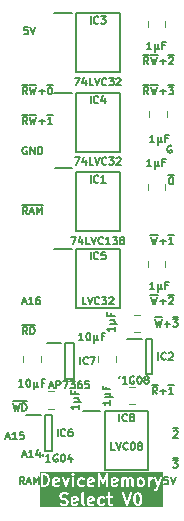
<source format=gto>
%TF.GenerationSoftware,KiCad,Pcbnew,8.0.7*%
%TF.CreationDate,2025-01-04T12:50:28+02:00*%
%TF.ProjectId,Video Device RAM Select,56696465-6f20-4446-9576-696365205241,V0*%
%TF.SameCoordinates,Original*%
%TF.FileFunction,Legend,Top*%
%TF.FilePolarity,Positive*%
%FSLAX46Y46*%
G04 Gerber Fmt 4.6, Leading zero omitted, Abs format (unit mm)*
G04 Created by KiCad (PCBNEW 8.0.7) date 2025-01-04 12:50:28*
%MOMM*%
%LPD*%
G01*
G04 APERTURE LIST*
%ADD10C,0.150000*%
%ADD11C,0.200000*%
%ADD12C,0.120000*%
G04 APERTURE END LIST*
D10*
X1695255Y349036D02*
X1392874Y349036D01*
X1392874Y349036D02*
X1362636Y46655D01*
X1362636Y46655D02*
X1392874Y76894D01*
X1392874Y76894D02*
X1453350Y107132D01*
X1453350Y107132D02*
X1604541Y107132D01*
X1604541Y107132D02*
X1665017Y76894D01*
X1665017Y76894D02*
X1695255Y46655D01*
X1695255Y46655D02*
X1725493Y-13820D01*
X1725493Y-13820D02*
X1725493Y-165010D01*
X1725493Y-165010D02*
X1695255Y-225486D01*
X1695255Y-225486D02*
X1665017Y-255725D01*
X1665017Y-255725D02*
X1604541Y-285963D01*
X1604541Y-285963D02*
X1453350Y-285963D01*
X1453350Y-285963D02*
X1392874Y-255725D01*
X1392874Y-255725D02*
X1362636Y-225486D01*
X1906922Y349036D02*
X2118588Y-285963D01*
X2118588Y-285963D02*
X2330255Y349036D01*
X13556839Y-37750963D02*
X13254458Y-37750963D01*
X13254458Y-37750963D02*
X13224220Y-38053344D01*
X13224220Y-38053344D02*
X13254458Y-38023105D01*
X13254458Y-38023105D02*
X13314934Y-37992867D01*
X13314934Y-37992867D02*
X13466125Y-37992867D01*
X13466125Y-37992867D02*
X13526601Y-38023105D01*
X13526601Y-38023105D02*
X13556839Y-38053344D01*
X13556839Y-38053344D02*
X13587077Y-38113820D01*
X13587077Y-38113820D02*
X13587077Y-38265010D01*
X13587077Y-38265010D02*
X13556839Y-38325486D01*
X13556839Y-38325486D02*
X13526601Y-38355725D01*
X13526601Y-38355725D02*
X13466125Y-38385963D01*
X13466125Y-38385963D02*
X13314934Y-38385963D01*
X13314934Y-38385963D02*
X13254458Y-38355725D01*
X13254458Y-38355725D02*
X13224220Y-38325486D01*
X13768506Y-37750963D02*
X13980172Y-38385963D01*
X13980172Y-38385963D02*
X14191839Y-37750963D01*
X12480364Y-24415963D02*
X12631554Y-25050963D01*
X12631554Y-25050963D02*
X12752507Y-24597391D01*
X12752507Y-24597391D02*
X12873459Y-25050963D01*
X12873459Y-25050963D02*
X13024650Y-24415963D01*
X12453150Y-24239675D02*
X13051864Y-24239675D01*
X13266554Y-24809058D02*
X13750364Y-24809058D01*
X13508459Y-25050963D02*
X13508459Y-24567153D01*
X13992268Y-24415963D02*
X14385363Y-24415963D01*
X14385363Y-24415963D02*
X14173696Y-24657867D01*
X14173696Y-24657867D02*
X14264411Y-24657867D01*
X14264411Y-24657867D02*
X14324887Y-24688105D01*
X14324887Y-24688105D02*
X14355125Y-24718344D01*
X14355125Y-24718344D02*
X14385363Y-24778820D01*
X14385363Y-24778820D02*
X14385363Y-24930010D01*
X14385363Y-24930010D02*
X14355125Y-24990486D01*
X14355125Y-24990486D02*
X14324887Y-25020725D01*
X14324887Y-25020725D02*
X14264411Y-25050963D01*
X14264411Y-25050963D02*
X14082982Y-25050963D01*
X14082982Y-25050963D02*
X14022506Y-25020725D01*
X14022506Y-25020725D02*
X13992268Y-24990486D01*
X13965054Y-24239675D02*
X14442816Y-24239675D01*
X1235636Y-35918534D02*
X1538017Y-35918534D01*
X1175160Y-36099963D02*
X1386826Y-35464963D01*
X1386826Y-35464963D02*
X1598493Y-36099963D01*
X2142779Y-36099963D02*
X1779922Y-36099963D01*
X1961350Y-36099963D02*
X1961350Y-35464963D01*
X1961350Y-35464963D02*
X1900874Y-35555677D01*
X1900874Y-35555677D02*
X1840398Y-35616153D01*
X1840398Y-35616153D02*
X1779922Y-35646391D01*
X2687065Y-35676629D02*
X2687065Y-36099963D01*
X2535874Y-35434725D02*
X2384684Y-35888296D01*
X2384684Y-35888296D02*
X2777779Y-35888296D01*
X1628731Y-7905963D02*
X1417064Y-7603582D01*
X1265874Y-7905963D02*
X1265874Y-7270963D01*
X1265874Y-7270963D02*
X1507779Y-7270963D01*
X1507779Y-7270963D02*
X1568255Y-7301201D01*
X1568255Y-7301201D02*
X1598493Y-7331439D01*
X1598493Y-7331439D02*
X1628731Y-7391915D01*
X1628731Y-7391915D02*
X1628731Y-7482629D01*
X1628731Y-7482629D02*
X1598493Y-7543105D01*
X1598493Y-7543105D02*
X1568255Y-7573344D01*
X1568255Y-7573344D02*
X1507779Y-7603582D01*
X1507779Y-7603582D02*
X1265874Y-7603582D01*
X1178184Y-7094675D02*
X1686184Y-7094675D01*
X1840398Y-7270963D02*
X1991588Y-7905963D01*
X1991588Y-7905963D02*
X2112541Y-7452391D01*
X2112541Y-7452391D02*
X2233493Y-7905963D01*
X2233493Y-7905963D02*
X2384684Y-7270963D01*
X1813184Y-7094675D02*
X2411898Y-7094675D01*
X2626588Y-7664058D02*
X3110398Y-7664058D01*
X2868493Y-7905963D02*
X2868493Y-7422153D01*
X3745397Y-7905963D02*
X3382540Y-7905963D01*
X3563968Y-7905963D02*
X3563968Y-7270963D01*
X3563968Y-7270963D02*
X3503492Y-7361677D01*
X3503492Y-7361677D02*
X3443016Y-7422153D01*
X3443016Y-7422153D02*
X3382540Y-7452391D01*
X3325088Y-7094675D02*
X3802850Y-7094675D01*
X13847125Y-9714201D02*
X13786649Y-9683963D01*
X13786649Y-9683963D02*
X13695935Y-9683963D01*
X13695935Y-9683963D02*
X13605220Y-9714201D01*
X13605220Y-9714201D02*
X13544744Y-9774677D01*
X13544744Y-9774677D02*
X13514506Y-9835153D01*
X13514506Y-9835153D02*
X13484268Y-9956105D01*
X13484268Y-9956105D02*
X13484268Y-10046820D01*
X13484268Y-10046820D02*
X13514506Y-10167772D01*
X13514506Y-10167772D02*
X13544744Y-10228248D01*
X13544744Y-10228248D02*
X13605220Y-10288725D01*
X13605220Y-10288725D02*
X13695935Y-10318963D01*
X13695935Y-10318963D02*
X13756411Y-10318963D01*
X13756411Y-10318963D02*
X13847125Y-10288725D01*
X13847125Y-10288725D02*
X13877363Y-10258486D01*
X13877363Y-10258486D02*
X13877363Y-10046820D01*
X13877363Y-10046820D02*
X13756411Y-10046820D01*
X1628731Y-25685963D02*
X1417064Y-25383582D01*
X1265874Y-25685963D02*
X1265874Y-25050963D01*
X1265874Y-25050963D02*
X1507779Y-25050963D01*
X1507779Y-25050963D02*
X1568255Y-25081201D01*
X1568255Y-25081201D02*
X1598493Y-25111439D01*
X1598493Y-25111439D02*
X1628731Y-25171915D01*
X1628731Y-25171915D02*
X1628731Y-25262629D01*
X1628731Y-25262629D02*
X1598493Y-25323105D01*
X1598493Y-25323105D02*
X1568255Y-25353344D01*
X1568255Y-25353344D02*
X1507779Y-25383582D01*
X1507779Y-25383582D02*
X1265874Y-25383582D01*
X1900874Y-25685963D02*
X1900874Y-25050963D01*
X1900874Y-25050963D02*
X2052064Y-25050963D01*
X2052064Y-25050963D02*
X2142779Y-25081201D01*
X2142779Y-25081201D02*
X2203255Y-25141677D01*
X2203255Y-25141677D02*
X2233493Y-25202153D01*
X2233493Y-25202153D02*
X2263731Y-25323105D01*
X2263731Y-25323105D02*
X2263731Y-25413820D01*
X2263731Y-25413820D02*
X2233493Y-25534772D01*
X2233493Y-25534772D02*
X2203255Y-25595248D01*
X2203255Y-25595248D02*
X2142779Y-25655725D01*
X2142779Y-25655725D02*
X2052064Y-25685963D01*
X2052064Y-25685963D02*
X1900874Y-25685963D01*
X1178184Y-24874675D02*
X2321184Y-24874675D01*
X1628731Y-5365963D02*
X1417064Y-5063582D01*
X1265874Y-5365963D02*
X1265874Y-4730963D01*
X1265874Y-4730963D02*
X1507779Y-4730963D01*
X1507779Y-4730963D02*
X1568255Y-4761201D01*
X1568255Y-4761201D02*
X1598493Y-4791439D01*
X1598493Y-4791439D02*
X1628731Y-4851915D01*
X1628731Y-4851915D02*
X1628731Y-4942629D01*
X1628731Y-4942629D02*
X1598493Y-5003105D01*
X1598493Y-5003105D02*
X1568255Y-5033344D01*
X1568255Y-5033344D02*
X1507779Y-5063582D01*
X1507779Y-5063582D02*
X1265874Y-5063582D01*
X1178184Y-4554675D02*
X1686184Y-4554675D01*
X1840398Y-4730963D02*
X1991588Y-5365963D01*
X1991588Y-5365963D02*
X2112541Y-4912391D01*
X2112541Y-4912391D02*
X2233493Y-5365963D01*
X2233493Y-5365963D02*
X2384684Y-4730963D01*
X1813184Y-4554675D02*
X2411898Y-4554675D01*
X2626588Y-5124058D02*
X3110398Y-5124058D01*
X2868493Y-5365963D02*
X2868493Y-4882153D01*
X3533730Y-4730963D02*
X3594207Y-4730963D01*
X3594207Y-4730963D02*
X3654683Y-4761201D01*
X3654683Y-4761201D02*
X3684921Y-4791439D01*
X3684921Y-4791439D02*
X3715159Y-4851915D01*
X3715159Y-4851915D02*
X3745397Y-4972867D01*
X3745397Y-4972867D02*
X3745397Y-5124058D01*
X3745397Y-5124058D02*
X3715159Y-5245010D01*
X3715159Y-5245010D02*
X3684921Y-5305486D01*
X3684921Y-5305486D02*
X3654683Y-5335725D01*
X3654683Y-5335725D02*
X3594207Y-5365963D01*
X3594207Y-5365963D02*
X3533730Y-5365963D01*
X3533730Y-5365963D02*
X3473254Y-5335725D01*
X3473254Y-5335725D02*
X3443016Y-5305486D01*
X3443016Y-5305486D02*
X3412778Y-5245010D01*
X3412778Y-5245010D02*
X3382540Y-5124058D01*
X3382540Y-5124058D02*
X3382540Y-4972867D01*
X3382540Y-4972867D02*
X3412778Y-4851915D01*
X3412778Y-4851915D02*
X3443016Y-4791439D01*
X3443016Y-4791439D02*
X3473254Y-4761201D01*
X3473254Y-4761201D02*
X3533730Y-4730963D01*
X3325088Y-4554675D02*
X3802850Y-4554675D01*
X1235636Y-22964534D02*
X1538017Y-22964534D01*
X1175160Y-23145963D02*
X1386826Y-22510963D01*
X1386826Y-22510963D02*
X1598493Y-23145963D01*
X2142779Y-23145963D02*
X1779922Y-23145963D01*
X1961350Y-23145963D02*
X1961350Y-22510963D01*
X1961350Y-22510963D02*
X1900874Y-22601677D01*
X1900874Y-22601677D02*
X1840398Y-22662153D01*
X1840398Y-22662153D02*
X1779922Y-22692391D01*
X2687065Y-22510963D02*
X2566112Y-22510963D01*
X2566112Y-22510963D02*
X2505636Y-22541201D01*
X2505636Y-22541201D02*
X2475398Y-22571439D01*
X2475398Y-22571439D02*
X2414922Y-22662153D01*
X2414922Y-22662153D02*
X2384684Y-22783105D01*
X2384684Y-22783105D02*
X2384684Y-23025010D01*
X2384684Y-23025010D02*
X2414922Y-23085486D01*
X2414922Y-23085486D02*
X2445160Y-23115725D01*
X2445160Y-23115725D02*
X2505636Y-23145963D01*
X2505636Y-23145963D02*
X2626589Y-23145963D01*
X2626589Y-23145963D02*
X2687065Y-23115725D01*
X2687065Y-23115725D02*
X2717303Y-23085486D01*
X2717303Y-23085486D02*
X2747541Y-23025010D01*
X2747541Y-23025010D02*
X2747541Y-22873820D01*
X2747541Y-22873820D02*
X2717303Y-22813344D01*
X2717303Y-22813344D02*
X2687065Y-22783105D01*
X2687065Y-22783105D02*
X2626589Y-22752867D01*
X2626589Y-22752867D02*
X2505636Y-22752867D01*
X2505636Y-22752867D02*
X2445160Y-22783105D01*
X2445160Y-22783105D02*
X2414922Y-22813344D01*
X2414922Y-22813344D02*
X2384684Y-22873820D01*
X12099364Y-22510963D02*
X12250554Y-23145963D01*
X12250554Y-23145963D02*
X12371507Y-22692391D01*
X12371507Y-22692391D02*
X12492459Y-23145963D01*
X12492459Y-23145963D02*
X12643650Y-22510963D01*
X12072150Y-22334675D02*
X12670864Y-22334675D01*
X12885554Y-22904058D02*
X13369364Y-22904058D01*
X13127459Y-23145963D02*
X13127459Y-22662153D01*
X13641506Y-22571439D02*
X13671744Y-22541201D01*
X13671744Y-22541201D02*
X13732220Y-22510963D01*
X13732220Y-22510963D02*
X13883411Y-22510963D01*
X13883411Y-22510963D02*
X13943887Y-22541201D01*
X13943887Y-22541201D02*
X13974125Y-22571439D01*
X13974125Y-22571439D02*
X14004363Y-22631915D01*
X14004363Y-22631915D02*
X14004363Y-22692391D01*
X14004363Y-22692391D02*
X13974125Y-22783105D01*
X13974125Y-22783105D02*
X13611268Y-23145963D01*
X13611268Y-23145963D02*
X14004363Y-23145963D01*
X13584054Y-22334675D02*
X14061816Y-22334675D01*
X13792696Y-12350963D02*
X13853173Y-12350963D01*
X13853173Y-12350963D02*
X13913649Y-12381201D01*
X13913649Y-12381201D02*
X13943887Y-12411439D01*
X13943887Y-12411439D02*
X13974125Y-12471915D01*
X13974125Y-12471915D02*
X14004363Y-12592867D01*
X14004363Y-12592867D02*
X14004363Y-12744058D01*
X14004363Y-12744058D02*
X13974125Y-12865010D01*
X13974125Y-12865010D02*
X13943887Y-12925486D01*
X13943887Y-12925486D02*
X13913649Y-12955725D01*
X13913649Y-12955725D02*
X13853173Y-12985963D01*
X13853173Y-12985963D02*
X13792696Y-12985963D01*
X13792696Y-12985963D02*
X13732220Y-12955725D01*
X13732220Y-12955725D02*
X13701982Y-12925486D01*
X13701982Y-12925486D02*
X13671744Y-12865010D01*
X13671744Y-12865010D02*
X13641506Y-12744058D01*
X13641506Y-12744058D02*
X13641506Y-12592867D01*
X13641506Y-12592867D02*
X13671744Y-12471915D01*
X13671744Y-12471915D02*
X13701982Y-12411439D01*
X13701982Y-12411439D02*
X13732220Y-12381201D01*
X13732220Y-12381201D02*
X13792696Y-12350963D01*
X13584054Y-12174675D02*
X14061816Y-12174675D01*
X11887697Y-2825963D02*
X11676030Y-2523582D01*
X11524840Y-2825963D02*
X11524840Y-2190963D01*
X11524840Y-2190963D02*
X11766745Y-2190963D01*
X11766745Y-2190963D02*
X11827221Y-2221201D01*
X11827221Y-2221201D02*
X11857459Y-2251439D01*
X11857459Y-2251439D02*
X11887697Y-2311915D01*
X11887697Y-2311915D02*
X11887697Y-2402629D01*
X11887697Y-2402629D02*
X11857459Y-2463105D01*
X11857459Y-2463105D02*
X11827221Y-2493344D01*
X11827221Y-2493344D02*
X11766745Y-2523582D01*
X11766745Y-2523582D02*
X11524840Y-2523582D01*
X11437150Y-2014675D02*
X11945150Y-2014675D01*
X12099364Y-2190963D02*
X12250554Y-2825963D01*
X12250554Y-2825963D02*
X12371507Y-2372391D01*
X12371507Y-2372391D02*
X12492459Y-2825963D01*
X12492459Y-2825963D02*
X12643650Y-2190963D01*
X12072150Y-2014675D02*
X12670864Y-2014675D01*
X12885554Y-2584058D02*
X13369364Y-2584058D01*
X13127459Y-2825963D02*
X13127459Y-2342153D01*
X13641506Y-2251439D02*
X13671744Y-2221201D01*
X13671744Y-2221201D02*
X13732220Y-2190963D01*
X13732220Y-2190963D02*
X13883411Y-2190963D01*
X13883411Y-2190963D02*
X13943887Y-2221201D01*
X13943887Y-2221201D02*
X13974125Y-2251439D01*
X13974125Y-2251439D02*
X14004363Y-2311915D01*
X14004363Y-2311915D02*
X14004363Y-2372391D01*
X14004363Y-2372391D02*
X13974125Y-2463105D01*
X13974125Y-2463105D02*
X13611268Y-2825963D01*
X13611268Y-2825963D02*
X14004363Y-2825963D01*
X13584054Y-2014675D02*
X14061816Y-2014675D01*
X1598493Y-9841201D02*
X1538017Y-9810963D01*
X1538017Y-9810963D02*
X1447303Y-9810963D01*
X1447303Y-9810963D02*
X1356588Y-9841201D01*
X1356588Y-9841201D02*
X1296112Y-9901677D01*
X1296112Y-9901677D02*
X1265874Y-9962153D01*
X1265874Y-9962153D02*
X1235636Y-10083105D01*
X1235636Y-10083105D02*
X1235636Y-10173820D01*
X1235636Y-10173820D02*
X1265874Y-10294772D01*
X1265874Y-10294772D02*
X1296112Y-10355248D01*
X1296112Y-10355248D02*
X1356588Y-10415725D01*
X1356588Y-10415725D02*
X1447303Y-10445963D01*
X1447303Y-10445963D02*
X1507779Y-10445963D01*
X1507779Y-10445963D02*
X1598493Y-10415725D01*
X1598493Y-10415725D02*
X1628731Y-10385486D01*
X1628731Y-10385486D02*
X1628731Y-10173820D01*
X1628731Y-10173820D02*
X1507779Y-10173820D01*
X1900874Y-10445963D02*
X1900874Y-9810963D01*
X1900874Y-9810963D02*
X2263731Y-10445963D01*
X2263731Y-10445963D02*
X2263731Y-9810963D01*
X2566112Y-10445963D02*
X2566112Y-9810963D01*
X2566112Y-9810963D02*
X2717302Y-9810963D01*
X2717302Y-9810963D02*
X2808017Y-9841201D01*
X2808017Y-9841201D02*
X2868493Y-9901677D01*
X2868493Y-9901677D02*
X2898731Y-9962153D01*
X2898731Y-9962153D02*
X2928969Y-10083105D01*
X2928969Y-10083105D02*
X2928969Y-10173820D01*
X2928969Y-10173820D02*
X2898731Y-10294772D01*
X2898731Y-10294772D02*
X2868493Y-10355248D01*
X2868493Y-10355248D02*
X2808017Y-10415725D01*
X2808017Y-10415725D02*
X2717302Y-10445963D01*
X2717302Y-10445963D02*
X2566112Y-10445963D01*
X1374731Y-38385963D02*
X1163064Y-38083582D01*
X1011874Y-38385963D02*
X1011874Y-37750963D01*
X1011874Y-37750963D02*
X1253779Y-37750963D01*
X1253779Y-37750963D02*
X1314255Y-37781201D01*
X1314255Y-37781201D02*
X1344493Y-37811439D01*
X1344493Y-37811439D02*
X1374731Y-37871915D01*
X1374731Y-37871915D02*
X1374731Y-37962629D01*
X1374731Y-37962629D02*
X1344493Y-38023105D01*
X1344493Y-38023105D02*
X1314255Y-38053344D01*
X1314255Y-38053344D02*
X1253779Y-38083582D01*
X1253779Y-38083582D02*
X1011874Y-38083582D01*
X1616636Y-38204534D02*
X1919017Y-38204534D01*
X1556160Y-38385963D02*
X1767826Y-37750963D01*
X1767826Y-37750963D02*
X1979493Y-38385963D01*
X2191160Y-38385963D02*
X2191160Y-37750963D01*
X2191160Y-37750963D02*
X2402827Y-38204534D01*
X2402827Y-38204534D02*
X2614493Y-37750963D01*
X2614493Y-37750963D02*
X2614493Y-38385963D01*
X12613411Y-30765963D02*
X12401744Y-30463582D01*
X12250554Y-30765963D02*
X12250554Y-30130963D01*
X12250554Y-30130963D02*
X12492459Y-30130963D01*
X12492459Y-30130963D02*
X12552935Y-30161201D01*
X12552935Y-30161201D02*
X12583173Y-30191439D01*
X12583173Y-30191439D02*
X12613411Y-30251915D01*
X12613411Y-30251915D02*
X12613411Y-30342629D01*
X12613411Y-30342629D02*
X12583173Y-30403105D01*
X12583173Y-30403105D02*
X12552935Y-30433344D01*
X12552935Y-30433344D02*
X12492459Y-30463582D01*
X12492459Y-30463582D02*
X12250554Y-30463582D01*
X12162864Y-29954675D02*
X12670864Y-29954675D01*
X12885554Y-30524058D02*
X13369364Y-30524058D01*
X13127459Y-30765963D02*
X13127459Y-30282153D01*
X14004363Y-30765963D02*
X13641506Y-30765963D01*
X13822934Y-30765963D02*
X13822934Y-30130963D01*
X13822934Y-30130963D02*
X13762458Y-30221677D01*
X13762458Y-30221677D02*
X13701982Y-30282153D01*
X13701982Y-30282153D02*
X13641506Y-30312391D01*
X13584054Y-29954675D02*
X14061816Y-29954675D01*
X14022506Y-33874439D02*
X14052744Y-33844201D01*
X14052744Y-33844201D02*
X14113220Y-33813963D01*
X14113220Y-33813963D02*
X14264411Y-33813963D01*
X14264411Y-33813963D02*
X14324887Y-33844201D01*
X14324887Y-33844201D02*
X14355125Y-33874439D01*
X14355125Y-33874439D02*
X14385363Y-33934915D01*
X14385363Y-33934915D02*
X14385363Y-33995391D01*
X14385363Y-33995391D02*
X14355125Y-34086105D01*
X14355125Y-34086105D02*
X13992268Y-34448963D01*
X13992268Y-34448963D02*
X14385363Y-34448963D01*
X13965054Y-33637675D02*
X14442816Y-33637675D01*
X-161363Y-34394534D02*
X141017Y-34394534D01*
X-221839Y-34575963D02*
X-10173Y-33940963D01*
X-10173Y-33940963D02*
X201493Y-34575963D01*
X745779Y-34575963D02*
X382922Y-34575963D01*
X564350Y-34575963D02*
X564350Y-33940963D01*
X564350Y-33940963D02*
X503874Y-34031677D01*
X503874Y-34031677D02*
X443398Y-34092153D01*
X443398Y-34092153D02*
X382922Y-34122391D01*
X1320303Y-33940963D02*
X1017922Y-33940963D01*
X1017922Y-33940963D02*
X987684Y-34243344D01*
X987684Y-34243344D02*
X1017922Y-34213105D01*
X1017922Y-34213105D02*
X1078398Y-34182867D01*
X1078398Y-34182867D02*
X1229589Y-34182867D01*
X1229589Y-34182867D02*
X1290065Y-34213105D01*
X1290065Y-34213105D02*
X1320303Y-34243344D01*
X1320303Y-34243344D02*
X1350541Y-34303820D01*
X1350541Y-34303820D02*
X1350541Y-34455010D01*
X1350541Y-34455010D02*
X1320303Y-34515486D01*
X1320303Y-34515486D02*
X1290065Y-34545725D01*
X1290065Y-34545725D02*
X1229589Y-34575963D01*
X1229589Y-34575963D02*
X1078398Y-34575963D01*
X1078398Y-34575963D02*
X1017922Y-34545725D01*
X1017922Y-34545725D02*
X987684Y-34515486D01*
D11*
G36*
X5775653Y-39581707D02*
G01*
X5793103Y-39616607D01*
X5521618Y-39670904D01*
X5521618Y-39626016D01*
X5543773Y-39581706D01*
X5588082Y-39559552D01*
X5731344Y-39559552D01*
X5775653Y-39581707D01*
G37*
G36*
X7156606Y-39581707D02*
G01*
X7174056Y-39616607D01*
X6902571Y-39670904D01*
X6902571Y-39626016D01*
X6924726Y-39581706D01*
X6969035Y-39559552D01*
X7112297Y-39559552D01*
X7156606Y-39581707D01*
G37*
G36*
X11076669Y-39256024D02*
G01*
X11101338Y-39280692D01*
X11136791Y-39351599D01*
X11178762Y-39519480D01*
X11178762Y-39732956D01*
X11136791Y-39900837D01*
X11101338Y-39971743D01*
X11076669Y-39996413D01*
X11017060Y-40026219D01*
X10969036Y-40026219D01*
X10909426Y-39996414D01*
X10884759Y-39971746D01*
X10849304Y-39900837D01*
X10807334Y-39732956D01*
X10807334Y-39519481D01*
X10849304Y-39351599D01*
X10884758Y-39280692D01*
X10909426Y-39256023D01*
X10969036Y-39226219D01*
X11017060Y-39226219D01*
X11076669Y-39256024D01*
G37*
G36*
X3224741Y-37651296D02*
G01*
X3291814Y-37718369D01*
X3327266Y-37789274D01*
X3369237Y-37957155D01*
X3369237Y-38075393D01*
X3327266Y-38243274D01*
X3291813Y-38314180D01*
X3224742Y-38381253D01*
X3119677Y-38416275D01*
X2997809Y-38416275D01*
X2997809Y-37616275D01*
X3119677Y-37616275D01*
X3224741Y-37651296D01*
G37*
G36*
X4204225Y-37971763D02*
G01*
X4221675Y-38006663D01*
X3950190Y-38060960D01*
X3950190Y-38016072D01*
X3972345Y-37971762D01*
X4016654Y-37949608D01*
X4159916Y-37949608D01*
X4204225Y-37971763D01*
G37*
G36*
X7156606Y-37971763D02*
G01*
X7174056Y-38006663D01*
X6902571Y-38060960D01*
X6902571Y-38016072D01*
X6924726Y-37971762D01*
X6969035Y-37949608D01*
X7112297Y-37949608D01*
X7156606Y-37971763D01*
G37*
G36*
X9156606Y-37971763D02*
G01*
X9174056Y-38006663D01*
X8902571Y-38060960D01*
X8902571Y-38016072D01*
X8924726Y-37971762D01*
X8969035Y-37949608D01*
X9112297Y-37949608D01*
X9156606Y-37971763D01*
G37*
G36*
X11362382Y-37979413D02*
G01*
X11387051Y-38004081D01*
X11416856Y-38063691D01*
X11416856Y-38302191D01*
X11387051Y-38361799D01*
X11362382Y-38386469D01*
X11302773Y-38416275D01*
X11207130Y-38416275D01*
X11147520Y-38386470D01*
X11122853Y-38361802D01*
X11093047Y-38302190D01*
X11093047Y-38063691D01*
X11122852Y-38004081D01*
X11147520Y-37979412D01*
X11207130Y-37949608D01*
X11302773Y-37949608D01*
X11362382Y-37979413D01*
G37*
G36*
X13155466Y-40337330D02*
G01*
X2686698Y-40337330D01*
X2686698Y-39316695D01*
X4369237Y-39316695D01*
X4369237Y-39411933D01*
X4371158Y-39431442D01*
X4372533Y-39434762D01*
X4372788Y-39438346D01*
X4379794Y-39456654D01*
X4427413Y-39551892D01*
X4432698Y-39560288D01*
X4433709Y-39562728D01*
X4435962Y-39565474D01*
X4437856Y-39568482D01*
X4439850Y-39570211D01*
X4446145Y-39577882D01*
X4493764Y-39625500D01*
X4501430Y-39631792D01*
X4503163Y-39633790D01*
X4506171Y-39635683D01*
X4508917Y-39637937D01*
X4511357Y-39638947D01*
X4519754Y-39644233D01*
X4614991Y-39691852D01*
X4616419Y-39692398D01*
X4616999Y-39692828D01*
X4625175Y-39695749D01*
X4633300Y-39698858D01*
X4634020Y-39698909D01*
X4635459Y-39699423D01*
X4815284Y-39744379D01*
X4886191Y-39779833D01*
X4910860Y-39804501D01*
X4940665Y-39864111D01*
X4940665Y-39912135D01*
X4910860Y-39971743D01*
X4886191Y-39996413D01*
X4826582Y-40026219D01*
X4628320Y-40026219D01*
X4500860Y-39983732D01*
X4481744Y-39979385D01*
X4442824Y-39982151D01*
X4407925Y-39999601D01*
X4382360Y-40029077D01*
X4370022Y-40066093D01*
X4372788Y-40105013D01*
X4390238Y-40139912D01*
X4419714Y-40165477D01*
X4437614Y-40173468D01*
X4580471Y-40221087D01*
X4590143Y-40223286D01*
X4592585Y-40224298D01*
X4596122Y-40224646D01*
X4599586Y-40225434D01*
X4602220Y-40225246D01*
X4612094Y-40226219D01*
X4850189Y-40226219D01*
X4869698Y-40224298D01*
X4873018Y-40222922D01*
X4876602Y-40222668D01*
X4894910Y-40215662D01*
X4990148Y-40168043D01*
X4998543Y-40162758D01*
X5000985Y-40161747D01*
X5003732Y-40159491D01*
X5006738Y-40157600D01*
X5008468Y-40155605D01*
X5016138Y-40149310D01*
X5063757Y-40101690D01*
X5070049Y-40094023D01*
X5072046Y-40092292D01*
X5073939Y-40089284D01*
X5076194Y-40086537D01*
X5077205Y-40084095D01*
X5082489Y-40075701D01*
X5130108Y-39980464D01*
X5137114Y-39962155D01*
X5137368Y-39958571D01*
X5138744Y-39955251D01*
X5140665Y-39935742D01*
X5140665Y-39840504D01*
X5138744Y-39820995D01*
X5137368Y-39817674D01*
X5137114Y-39814091D01*
X5130108Y-39795782D01*
X5082489Y-39700545D01*
X5077203Y-39692148D01*
X5076193Y-39689708D01*
X5073939Y-39686962D01*
X5072046Y-39683954D01*
X5070048Y-39682221D01*
X5063756Y-39674555D01*
X5016138Y-39626936D01*
X5008467Y-39620641D01*
X5006738Y-39618647D01*
X5003730Y-39616753D01*
X5000984Y-39614500D01*
X4998544Y-39613489D01*
X4990148Y-39608204D01*
X4978558Y-39602409D01*
X5321618Y-39602409D01*
X5321618Y-39983361D01*
X5323539Y-40002870D01*
X5324914Y-40006190D01*
X5325169Y-40009773D01*
X5332175Y-40028082D01*
X5379794Y-40123321D01*
X5381847Y-40126584D01*
X5382361Y-40128123D01*
X5384023Y-40130039D01*
X5390237Y-40139911D01*
X5399708Y-40148125D01*
X5407925Y-40157600D01*
X5417795Y-40163812D01*
X5419713Y-40165476D01*
X5421253Y-40165989D01*
X5424516Y-40168043D01*
X5519753Y-40215662D01*
X5538062Y-40222668D01*
X5541645Y-40222922D01*
X5544966Y-40224298D01*
X5564475Y-40226219D01*
X5754951Y-40226219D01*
X5774460Y-40224298D01*
X5777780Y-40222922D01*
X5781364Y-40222668D01*
X5799672Y-40215662D01*
X5894910Y-40168043D01*
X5911500Y-40157600D01*
X5937065Y-40128123D01*
X5949403Y-40091107D01*
X5946638Y-40052187D01*
X5929189Y-40017289D01*
X5899712Y-39991724D01*
X5862696Y-39979385D01*
X5823776Y-39982151D01*
X5805467Y-39989157D01*
X5731344Y-40026219D01*
X5588082Y-40026219D01*
X5543772Y-40004064D01*
X5521618Y-39959754D01*
X5521618Y-39874865D01*
X5917314Y-39795726D01*
X5917317Y-39795726D01*
X5917319Y-39795724D01*
X5917419Y-39795705D01*
X5936173Y-39789995D01*
X5944313Y-39784543D01*
X5953365Y-39780794D01*
X5960366Y-39773792D01*
X5968592Y-39768284D01*
X5974026Y-39760132D01*
X5980955Y-39753204D01*
X5984744Y-39744056D01*
X5990236Y-39735819D01*
X5992137Y-39726208D01*
X5995887Y-39717156D01*
X5997808Y-39697647D01*
X5997808Y-39602409D01*
X5995887Y-39582900D01*
X5994511Y-39579579D01*
X5994257Y-39575996D01*
X5987251Y-39557687D01*
X5939632Y-39462450D01*
X5937577Y-39459186D01*
X5937065Y-39457648D01*
X5935403Y-39455732D01*
X5929189Y-39445859D01*
X5919713Y-39437641D01*
X5911500Y-39428171D01*
X5901628Y-39421957D01*
X5899712Y-39420295D01*
X5898173Y-39419781D01*
X5894910Y-39417728D01*
X5799672Y-39370109D01*
X5781364Y-39363103D01*
X5777780Y-39362848D01*
X5774460Y-39361473D01*
X5754951Y-39359552D01*
X5564475Y-39359552D01*
X5544966Y-39361473D01*
X5541645Y-39362848D01*
X5538062Y-39363103D01*
X5519753Y-39370109D01*
X5424516Y-39417728D01*
X5421252Y-39419782D01*
X5419714Y-39420295D01*
X5417798Y-39421956D01*
X5407925Y-39428171D01*
X5399707Y-39437646D01*
X5390237Y-39445860D01*
X5384023Y-39455731D01*
X5382361Y-39457648D01*
X5381847Y-39459186D01*
X5379794Y-39462450D01*
X5332175Y-39557688D01*
X5325169Y-39575996D01*
X5324914Y-39579579D01*
X5323539Y-39582900D01*
X5321618Y-39602409D01*
X4978558Y-39602409D01*
X4894910Y-39560585D01*
X4893483Y-39560039D01*
X4892903Y-39559609D01*
X4884726Y-39556687D01*
X4876602Y-39553579D01*
X4875879Y-39553527D01*
X4874442Y-39553014D01*
X4694617Y-39508057D01*
X4623710Y-39472604D01*
X4599042Y-39447935D01*
X4569237Y-39388325D01*
X4569237Y-39340302D01*
X4599042Y-39280692D01*
X4623710Y-39256023D01*
X4683320Y-39226219D01*
X4881581Y-39226219D01*
X5009042Y-39268706D01*
X5028157Y-39273053D01*
X5067077Y-39270287D01*
X5101976Y-39252837D01*
X5127541Y-39223361D01*
X5139880Y-39186345D01*
X5137113Y-39147425D01*
X5126510Y-39126219D01*
X6226380Y-39126219D01*
X6226380Y-39983361D01*
X6228301Y-40002870D01*
X6229676Y-40006190D01*
X6229931Y-40009773D01*
X6236937Y-40028082D01*
X6284556Y-40123321D01*
X6286609Y-40126584D01*
X6287123Y-40128123D01*
X6288785Y-40130039D01*
X6294999Y-40139911D01*
X6304470Y-40148125D01*
X6312687Y-40157600D01*
X6322557Y-40163812D01*
X6324475Y-40165476D01*
X6326015Y-40165989D01*
X6329278Y-40168043D01*
X6424515Y-40215662D01*
X6442824Y-40222668D01*
X6481744Y-40225434D01*
X6518760Y-40213095D01*
X6548237Y-40187530D01*
X6565686Y-40152632D01*
X6568451Y-40113712D01*
X6556113Y-40076696D01*
X6530548Y-40047219D01*
X6513958Y-40036776D01*
X6448534Y-40004064D01*
X6426380Y-39959754D01*
X6426380Y-39602409D01*
X6702571Y-39602409D01*
X6702571Y-39983361D01*
X6704492Y-40002870D01*
X6705867Y-40006190D01*
X6706122Y-40009773D01*
X6713128Y-40028082D01*
X6760747Y-40123321D01*
X6762800Y-40126584D01*
X6763314Y-40128123D01*
X6764976Y-40130039D01*
X6771190Y-40139911D01*
X6780661Y-40148125D01*
X6788878Y-40157600D01*
X6798748Y-40163812D01*
X6800666Y-40165476D01*
X6802206Y-40165989D01*
X6805469Y-40168043D01*
X6900706Y-40215662D01*
X6919015Y-40222668D01*
X6922598Y-40222922D01*
X6925919Y-40224298D01*
X6945428Y-40226219D01*
X7135904Y-40226219D01*
X7155413Y-40224298D01*
X7158733Y-40222922D01*
X7162317Y-40222668D01*
X7180625Y-40215662D01*
X7275863Y-40168043D01*
X7292453Y-40157600D01*
X7318018Y-40128123D01*
X7330356Y-40091107D01*
X7327591Y-40052187D01*
X7310142Y-40017289D01*
X7280665Y-39991724D01*
X7243649Y-39979385D01*
X7204729Y-39982151D01*
X7186420Y-39989157D01*
X7112297Y-40026219D01*
X6969035Y-40026219D01*
X6924725Y-40004064D01*
X6902571Y-39959754D01*
X6902571Y-39874865D01*
X7298267Y-39795726D01*
X7298270Y-39795726D01*
X7298272Y-39795724D01*
X7298372Y-39795705D01*
X7317126Y-39789995D01*
X7325266Y-39784543D01*
X7334318Y-39780794D01*
X7341319Y-39773792D01*
X7349545Y-39768284D01*
X7354979Y-39760132D01*
X7361908Y-39753204D01*
X7365697Y-39744056D01*
X7371189Y-39735819D01*
X7373090Y-39726208D01*
X7376840Y-39717156D01*
X7378761Y-39697647D01*
X7378761Y-39650028D01*
X7559714Y-39650028D01*
X7559714Y-39935742D01*
X7561635Y-39955251D01*
X7563010Y-39958571D01*
X7563265Y-39962155D01*
X7570271Y-39980463D01*
X7617890Y-40075701D01*
X7623173Y-40084093D01*
X7624185Y-40086537D01*
X7626441Y-40089286D01*
X7628333Y-40092291D01*
X7630327Y-40094020D01*
X7636622Y-40101690D01*
X7684240Y-40149310D01*
X7691908Y-40155603D01*
X7693640Y-40157600D01*
X7696648Y-40159493D01*
X7699394Y-40161747D01*
X7701834Y-40162757D01*
X7710231Y-40168043D01*
X7805468Y-40215662D01*
X7823777Y-40222668D01*
X7827360Y-40222922D01*
X7830681Y-40224298D01*
X7850190Y-40226219D01*
X8040666Y-40226219D01*
X8060175Y-40224298D01*
X8063495Y-40222922D01*
X8067079Y-40222668D01*
X8085387Y-40215662D01*
X8180625Y-40168043D01*
X8197215Y-40157600D01*
X8222780Y-40128123D01*
X8235118Y-40091107D01*
X8232353Y-40052187D01*
X8214904Y-40017289D01*
X8185427Y-39991724D01*
X8148411Y-39979385D01*
X8109491Y-39982151D01*
X8091182Y-39989157D01*
X8017059Y-40026219D01*
X7873797Y-40026219D01*
X7814187Y-39996414D01*
X7789520Y-39971746D01*
X7759714Y-39912134D01*
X7759714Y-39673635D01*
X7789519Y-39614025D01*
X7814187Y-39589356D01*
X7873797Y-39559552D01*
X8017059Y-39559552D01*
X8091182Y-39596614D01*
X8109491Y-39603620D01*
X8148411Y-39606386D01*
X8185427Y-39594047D01*
X8214904Y-39568482D01*
X8232353Y-39533584D01*
X8235118Y-39494664D01*
X8222780Y-39457648D01*
X8207511Y-39440043D01*
X8323540Y-39440043D01*
X8323540Y-39479061D01*
X8338472Y-39515109D01*
X8366062Y-39542699D01*
X8402110Y-39557631D01*
X8421619Y-39559552D01*
X8464476Y-39559552D01*
X8464476Y-39983361D01*
X8466397Y-40002870D01*
X8467772Y-40006190D01*
X8468027Y-40009773D01*
X8475033Y-40028082D01*
X8522652Y-40123321D01*
X8524705Y-40126584D01*
X8525219Y-40128123D01*
X8526881Y-40130039D01*
X8533095Y-40139911D01*
X8542566Y-40148125D01*
X8550783Y-40157600D01*
X8560653Y-40163812D01*
X8562571Y-40165476D01*
X8564111Y-40165989D01*
X8567374Y-40168043D01*
X8662611Y-40215662D01*
X8680920Y-40222668D01*
X8684503Y-40222922D01*
X8687824Y-40224298D01*
X8707333Y-40226219D01*
X8802571Y-40226219D01*
X8822080Y-40224298D01*
X8858128Y-40209366D01*
X8885718Y-40181776D01*
X8900650Y-40145728D01*
X8900650Y-40106710D01*
X8885718Y-40070662D01*
X8858128Y-40043072D01*
X8822080Y-40028140D01*
X8802571Y-40026219D01*
X8730940Y-40026219D01*
X8686630Y-40004064D01*
X8664476Y-39959754D01*
X8664476Y-39559552D01*
X8802571Y-39559552D01*
X8822080Y-39557631D01*
X8858128Y-39542699D01*
X8885718Y-39515109D01*
X8900650Y-39479061D01*
X8900650Y-39440043D01*
X8885718Y-39403995D01*
X8858128Y-39376405D01*
X8822080Y-39361473D01*
X8802571Y-39359552D01*
X8664476Y-39359552D01*
X8664476Y-39138726D01*
X9655738Y-39138726D01*
X9660085Y-39157842D01*
X9993418Y-40157841D01*
X10001409Y-40175742D01*
X10006092Y-40181141D01*
X10009287Y-40187531D01*
X10018758Y-40195746D01*
X10026974Y-40205218D01*
X10033362Y-40208412D01*
X10038763Y-40213096D01*
X10050664Y-40217063D01*
X10061873Y-40222667D01*
X10068997Y-40223173D01*
X10075779Y-40225434D01*
X10088288Y-40224544D01*
X10100793Y-40225434D01*
X10107571Y-40223174D01*
X10114699Y-40222668D01*
X10125915Y-40217059D01*
X10137809Y-40213095D01*
X10143206Y-40208414D01*
X10149598Y-40205218D01*
X10157816Y-40195742D01*
X10167285Y-40187530D01*
X10170478Y-40181143D01*
X10175163Y-40175742D01*
X10183154Y-40157842D01*
X10400044Y-39507171D01*
X10607334Y-39507171D01*
X10607334Y-39745266D01*
X10607669Y-39748668D01*
X10607452Y-39750127D01*
X10608531Y-39757424D01*
X10609255Y-39764775D01*
X10609819Y-39766138D01*
X10610320Y-39769520D01*
X10657939Y-39959995D01*
X10658452Y-39961432D01*
X10658504Y-39962155D01*
X10661612Y-39970279D01*
X10664534Y-39978456D01*
X10664964Y-39979036D01*
X10665510Y-39980463D01*
X10713129Y-40075701D01*
X10718412Y-40084093D01*
X10719424Y-40086537D01*
X10721680Y-40089286D01*
X10723572Y-40092291D01*
X10725566Y-40094020D01*
X10731861Y-40101690D01*
X10779479Y-40149310D01*
X10787147Y-40155603D01*
X10788879Y-40157600D01*
X10791887Y-40159493D01*
X10794633Y-40161747D01*
X10797073Y-40162757D01*
X10805470Y-40168043D01*
X10900707Y-40215662D01*
X10919016Y-40222668D01*
X10922599Y-40222922D01*
X10925920Y-40224298D01*
X10945429Y-40226219D01*
X11040667Y-40226219D01*
X11060176Y-40224298D01*
X11063496Y-40222922D01*
X11067080Y-40222668D01*
X11085388Y-40215662D01*
X11180626Y-40168043D01*
X11189021Y-40162758D01*
X11191463Y-40161747D01*
X11194210Y-40159491D01*
X11197216Y-40157600D01*
X11198946Y-40155605D01*
X11206616Y-40149310D01*
X11254235Y-40101690D01*
X11260527Y-40094023D01*
X11262524Y-40092292D01*
X11264417Y-40089284D01*
X11266672Y-40086537D01*
X11267683Y-40084095D01*
X11272967Y-40075701D01*
X11320586Y-39980464D01*
X11321132Y-39979035D01*
X11321562Y-39978456D01*
X11324483Y-39970279D01*
X11327592Y-39962155D01*
X11327643Y-39961434D01*
X11328157Y-39959996D01*
X11375776Y-39769520D01*
X11376276Y-39766138D01*
X11376841Y-39764775D01*
X11377564Y-39757424D01*
X11378644Y-39750127D01*
X11378426Y-39748668D01*
X11378762Y-39745266D01*
X11378762Y-39507171D01*
X11378426Y-39503768D01*
X11378644Y-39502310D01*
X11377564Y-39495012D01*
X11376841Y-39487662D01*
X11376276Y-39486298D01*
X11375776Y-39482917D01*
X11328157Y-39292441D01*
X11327643Y-39291002D01*
X11327592Y-39290282D01*
X11324483Y-39282157D01*
X11321562Y-39273981D01*
X11321132Y-39273401D01*
X11320586Y-39271973D01*
X11272967Y-39176736D01*
X11267681Y-39168339D01*
X11266671Y-39165899D01*
X11264417Y-39163153D01*
X11262524Y-39160145D01*
X11260526Y-39158412D01*
X11254234Y-39150746D01*
X11206616Y-39103127D01*
X11198945Y-39096832D01*
X11197216Y-39094838D01*
X11194208Y-39092944D01*
X11191462Y-39090691D01*
X11189022Y-39089680D01*
X11180626Y-39084395D01*
X11085388Y-39036776D01*
X11067080Y-39029770D01*
X11063496Y-39029515D01*
X11060176Y-39028140D01*
X11040667Y-39026219D01*
X10945429Y-39026219D01*
X10925920Y-39028140D01*
X10922599Y-39029515D01*
X10919016Y-39029770D01*
X10900707Y-39036776D01*
X10805470Y-39084395D01*
X10797073Y-39089680D01*
X10794633Y-39090691D01*
X10791887Y-39092944D01*
X10788879Y-39094838D01*
X10787146Y-39096835D01*
X10779480Y-39103128D01*
X10731861Y-39150746D01*
X10725566Y-39158416D01*
X10723572Y-39160146D01*
X10721678Y-39163153D01*
X10719425Y-39165900D01*
X10718414Y-39168339D01*
X10713129Y-39176736D01*
X10665510Y-39271974D01*
X10664964Y-39273400D01*
X10664534Y-39273981D01*
X10661612Y-39282157D01*
X10658504Y-39290282D01*
X10658452Y-39291004D01*
X10657939Y-39292442D01*
X10610320Y-39482917D01*
X10609819Y-39486298D01*
X10609255Y-39487662D01*
X10608531Y-39495012D01*
X10607452Y-39502310D01*
X10607669Y-39503768D01*
X10607334Y-39507171D01*
X10400044Y-39507171D01*
X10516487Y-39157842D01*
X10520834Y-39138727D01*
X10518068Y-39099807D01*
X10500618Y-39064908D01*
X10471142Y-39039343D01*
X10434126Y-39027004D01*
X10395206Y-39029771D01*
X10360307Y-39047220D01*
X10334742Y-39076696D01*
X10326751Y-39094597D01*
X10088286Y-39809991D01*
X9849821Y-39094596D01*
X9841830Y-39076696D01*
X9816265Y-39047220D01*
X9781366Y-39029770D01*
X9742446Y-39027004D01*
X9705430Y-39039342D01*
X9675954Y-39064907D01*
X9658504Y-39099806D01*
X9655738Y-39138726D01*
X8664476Y-39138726D01*
X8664476Y-39126219D01*
X8662555Y-39106710D01*
X8647623Y-39070662D01*
X8620033Y-39043072D01*
X8583985Y-39028140D01*
X8544967Y-39028140D01*
X8508919Y-39043072D01*
X8481329Y-39070662D01*
X8466397Y-39106710D01*
X8464476Y-39126219D01*
X8464476Y-39359552D01*
X8421619Y-39359552D01*
X8402110Y-39361473D01*
X8366062Y-39376405D01*
X8338472Y-39403995D01*
X8323540Y-39440043D01*
X8207511Y-39440043D01*
X8197215Y-39428171D01*
X8180625Y-39417728D01*
X8085387Y-39370109D01*
X8067079Y-39363103D01*
X8063495Y-39362848D01*
X8060175Y-39361473D01*
X8040666Y-39359552D01*
X7850190Y-39359552D01*
X7830681Y-39361473D01*
X7827360Y-39362848D01*
X7823777Y-39363103D01*
X7805468Y-39370109D01*
X7710231Y-39417728D01*
X7701834Y-39423013D01*
X7699394Y-39424024D01*
X7696648Y-39426277D01*
X7693640Y-39428171D01*
X7691907Y-39430168D01*
X7684241Y-39436461D01*
X7636622Y-39484079D01*
X7630327Y-39491749D01*
X7628333Y-39493479D01*
X7626439Y-39496486D01*
X7624186Y-39499233D01*
X7623175Y-39501672D01*
X7617890Y-39510069D01*
X7570271Y-39605307D01*
X7563265Y-39623615D01*
X7563010Y-39627198D01*
X7561635Y-39630519D01*
X7559714Y-39650028D01*
X7378761Y-39650028D01*
X7378761Y-39602409D01*
X7376840Y-39582900D01*
X7375464Y-39579579D01*
X7375210Y-39575996D01*
X7368204Y-39557687D01*
X7320585Y-39462450D01*
X7318530Y-39459186D01*
X7318018Y-39457648D01*
X7316356Y-39455732D01*
X7310142Y-39445859D01*
X7300666Y-39437641D01*
X7292453Y-39428171D01*
X7282581Y-39421957D01*
X7280665Y-39420295D01*
X7279126Y-39419781D01*
X7275863Y-39417728D01*
X7180625Y-39370109D01*
X7162317Y-39363103D01*
X7158733Y-39362848D01*
X7155413Y-39361473D01*
X7135904Y-39359552D01*
X6945428Y-39359552D01*
X6925919Y-39361473D01*
X6922598Y-39362848D01*
X6919015Y-39363103D01*
X6900706Y-39370109D01*
X6805469Y-39417728D01*
X6802205Y-39419782D01*
X6800667Y-39420295D01*
X6798751Y-39421956D01*
X6788878Y-39428171D01*
X6780660Y-39437646D01*
X6771190Y-39445860D01*
X6764976Y-39455731D01*
X6763314Y-39457648D01*
X6762800Y-39459186D01*
X6760747Y-39462450D01*
X6713128Y-39557688D01*
X6706122Y-39575996D01*
X6705867Y-39579579D01*
X6704492Y-39582900D01*
X6702571Y-39602409D01*
X6426380Y-39602409D01*
X6426380Y-39126219D01*
X6424459Y-39106710D01*
X6409527Y-39070662D01*
X6381937Y-39043072D01*
X6345889Y-39028140D01*
X6306871Y-39028140D01*
X6270823Y-39043072D01*
X6243233Y-39070662D01*
X6228301Y-39106710D01*
X6226380Y-39126219D01*
X5126510Y-39126219D01*
X5119664Y-39112526D01*
X5090188Y-39086961D01*
X5072287Y-39078970D01*
X4929431Y-39031351D01*
X4919759Y-39029151D01*
X4917317Y-39028140D01*
X4913778Y-39027791D01*
X4910315Y-39027004D01*
X4907681Y-39027191D01*
X4897808Y-39026219D01*
X4659713Y-39026219D01*
X4640204Y-39028140D01*
X4636883Y-39029515D01*
X4633300Y-39029770D01*
X4614991Y-39036776D01*
X4519754Y-39084395D01*
X4511357Y-39089680D01*
X4508917Y-39090691D01*
X4506171Y-39092944D01*
X4503163Y-39094838D01*
X4501430Y-39096835D01*
X4493764Y-39103128D01*
X4446145Y-39150746D01*
X4439850Y-39158416D01*
X4437856Y-39160146D01*
X4435962Y-39163153D01*
X4433709Y-39165900D01*
X4432698Y-39168339D01*
X4427413Y-39176736D01*
X4379794Y-39271974D01*
X4372788Y-39290282D01*
X4372533Y-39293865D01*
X4371158Y-39297186D01*
X4369237Y-39316695D01*
X2686698Y-39316695D01*
X2686698Y-38837101D01*
X12370023Y-38837101D01*
X12372789Y-38876021D01*
X12390238Y-38910920D01*
X12419715Y-38936484D01*
X12456731Y-38948823D01*
X12495651Y-38946057D01*
X12513959Y-38939051D01*
X12609197Y-38891432D01*
X12617593Y-38886146D01*
X12620033Y-38885136D01*
X12622779Y-38882882D01*
X12625787Y-38880989D01*
X12627516Y-38878994D01*
X12635187Y-38872700D01*
X12682805Y-38825081D01*
X12695242Y-38809928D01*
X12695479Y-38809353D01*
X12695914Y-38808909D01*
X12704943Y-38791509D01*
X12800181Y-38553414D01*
X12800705Y-38551607D01*
X12801507Y-38549909D01*
X13039602Y-37883242D01*
X13044355Y-37864223D01*
X13042417Y-37825253D01*
X13025714Y-37789991D01*
X12996788Y-37763805D01*
X12960043Y-37750682D01*
X12921073Y-37752619D01*
X12885811Y-37769323D01*
X12859624Y-37798248D01*
X12851254Y-37815975D01*
X12707333Y-38218953D01*
X12563412Y-37815974D01*
X12555042Y-37798248D01*
X12528855Y-37769322D01*
X12493593Y-37752619D01*
X12454623Y-37750681D01*
X12417878Y-37763804D01*
X12388952Y-37789991D01*
X12372249Y-37825253D01*
X12370311Y-37864223D01*
X12375064Y-37883242D01*
X12600431Y-38514270D01*
X12526869Y-38698173D01*
X12505240Y-38719802D01*
X12424517Y-38760165D01*
X12407926Y-38770608D01*
X12382362Y-38800085D01*
X12370023Y-38837101D01*
X2686698Y-38837101D01*
X2686698Y-37516275D01*
X2797809Y-37516275D01*
X2797809Y-38516275D01*
X2799730Y-38535784D01*
X2814662Y-38571832D01*
X2842252Y-38599422D01*
X2878300Y-38614354D01*
X2897809Y-38616275D01*
X3135904Y-38616275D01*
X3145777Y-38615302D01*
X3148411Y-38615490D01*
X3151874Y-38614702D01*
X3155413Y-38614354D01*
X3157855Y-38613342D01*
X3167527Y-38611143D01*
X3310383Y-38563524D01*
X3328284Y-38555533D01*
X3330999Y-38553178D01*
X3334319Y-38551803D01*
X3349472Y-38539366D01*
X3444710Y-38444127D01*
X3451002Y-38436460D01*
X3452999Y-38434729D01*
X3454892Y-38431721D01*
X3457147Y-38428974D01*
X3458158Y-38426532D01*
X3463442Y-38418138D01*
X3511061Y-38322901D01*
X3511607Y-38321472D01*
X3512037Y-38320893D01*
X3514958Y-38312716D01*
X3518067Y-38304592D01*
X3518118Y-38303871D01*
X3518632Y-38302433D01*
X3566251Y-38111957D01*
X3566751Y-38108575D01*
X3567316Y-38107212D01*
X3568039Y-38099861D01*
X3569119Y-38092564D01*
X3568901Y-38091105D01*
X3569237Y-38087703D01*
X3569237Y-37992465D01*
X3750190Y-37992465D01*
X3750190Y-38373417D01*
X3752111Y-38392926D01*
X3753486Y-38396246D01*
X3753741Y-38399829D01*
X3760747Y-38418138D01*
X3808366Y-38513377D01*
X3810419Y-38516640D01*
X3810933Y-38518179D01*
X3812595Y-38520095D01*
X3818809Y-38529967D01*
X3828280Y-38538181D01*
X3836497Y-38547656D01*
X3846367Y-38553868D01*
X3848285Y-38555532D01*
X3849825Y-38556045D01*
X3853088Y-38558099D01*
X3948325Y-38605718D01*
X3966634Y-38612724D01*
X3970217Y-38612978D01*
X3973538Y-38614354D01*
X3993047Y-38616275D01*
X4183523Y-38616275D01*
X4203032Y-38614354D01*
X4206352Y-38612978D01*
X4209936Y-38612724D01*
X4228244Y-38605718D01*
X4323482Y-38558099D01*
X4340072Y-38547656D01*
X4365637Y-38518179D01*
X4377975Y-38481163D01*
X4375210Y-38442243D01*
X4357761Y-38407345D01*
X4328284Y-38381780D01*
X4291268Y-38369441D01*
X4252348Y-38372207D01*
X4234039Y-38379213D01*
X4159916Y-38416275D01*
X4016654Y-38416275D01*
X3972344Y-38394120D01*
X3950190Y-38349810D01*
X3950190Y-38264921D01*
X4345886Y-38185782D01*
X4345889Y-38185782D01*
X4345891Y-38185780D01*
X4345991Y-38185761D01*
X4364745Y-38180051D01*
X4372885Y-38174599D01*
X4381937Y-38170850D01*
X4388938Y-38163848D01*
X4397164Y-38158340D01*
X4402598Y-38150188D01*
X4409527Y-38143260D01*
X4413316Y-38134112D01*
X4418808Y-38125875D01*
X4420709Y-38116264D01*
X4424459Y-38107212D01*
X4426380Y-38087703D01*
X4426380Y-37992465D01*
X4424459Y-37972956D01*
X4423083Y-37969635D01*
X4422829Y-37966052D01*
X4415823Y-37947743D01*
X4374063Y-37864223D01*
X4560787Y-37864223D01*
X4565540Y-37883242D01*
X4803635Y-38549908D01*
X4812005Y-38567635D01*
X4815375Y-38571357D01*
X4817523Y-38575892D01*
X4828374Y-38585715D01*
X4838192Y-38596560D01*
X4842724Y-38598707D01*
X4846449Y-38602079D01*
X4860239Y-38607003D01*
X4873454Y-38613264D01*
X4878464Y-38613513D01*
X4883194Y-38615202D01*
X4897815Y-38614474D01*
X4912424Y-38615201D01*
X4917149Y-38613513D01*
X4922164Y-38613264D01*
X4935390Y-38606998D01*
X4949169Y-38602078D01*
X4952889Y-38598709D01*
X4957426Y-38596561D01*
X4967248Y-38585710D01*
X4978095Y-38575892D01*
X4980242Y-38571357D01*
X4983613Y-38567635D01*
X4991983Y-38549909D01*
X5230078Y-37883242D01*
X5234831Y-37864223D01*
X5234104Y-37849608D01*
X5416857Y-37849608D01*
X5416857Y-38516275D01*
X5418778Y-38535784D01*
X5433710Y-38571832D01*
X5461300Y-38599422D01*
X5497348Y-38614354D01*
X5536366Y-38614354D01*
X5572414Y-38599422D01*
X5600004Y-38571832D01*
X5614936Y-38535784D01*
X5616857Y-38516275D01*
X5616857Y-38040084D01*
X5845428Y-38040084D01*
X5845428Y-38325798D01*
X5847349Y-38345307D01*
X5848724Y-38348627D01*
X5848979Y-38352211D01*
X5855985Y-38370519D01*
X5903604Y-38465757D01*
X5908887Y-38474149D01*
X5909899Y-38476593D01*
X5912155Y-38479342D01*
X5914047Y-38482347D01*
X5916041Y-38484076D01*
X5922336Y-38491746D01*
X5969954Y-38539366D01*
X5977622Y-38545659D01*
X5979354Y-38547656D01*
X5982362Y-38549549D01*
X5985108Y-38551803D01*
X5987548Y-38552813D01*
X5995945Y-38558099D01*
X6091182Y-38605718D01*
X6109491Y-38612724D01*
X6113074Y-38612978D01*
X6116395Y-38614354D01*
X6135904Y-38616275D01*
X6326380Y-38616275D01*
X6345889Y-38614354D01*
X6349209Y-38612978D01*
X6352793Y-38612724D01*
X6371101Y-38605718D01*
X6466339Y-38558099D01*
X6482929Y-38547656D01*
X6508494Y-38518179D01*
X6520832Y-38481163D01*
X6518067Y-38442243D01*
X6500618Y-38407345D01*
X6471141Y-38381780D01*
X6434125Y-38369441D01*
X6395205Y-38372207D01*
X6376896Y-38379213D01*
X6302773Y-38416275D01*
X6159511Y-38416275D01*
X6099901Y-38386470D01*
X6075234Y-38361802D01*
X6045428Y-38302190D01*
X6045428Y-38063691D01*
X6075233Y-38004081D01*
X6099901Y-37979412D01*
X6159511Y-37949608D01*
X6302773Y-37949608D01*
X6376896Y-37986670D01*
X6395205Y-37993676D01*
X6434125Y-37996442D01*
X6446056Y-37992465D01*
X6702571Y-37992465D01*
X6702571Y-38373417D01*
X6704492Y-38392926D01*
X6705867Y-38396246D01*
X6706122Y-38399829D01*
X6713128Y-38418138D01*
X6760747Y-38513377D01*
X6762800Y-38516640D01*
X6763314Y-38518179D01*
X6764976Y-38520095D01*
X6771190Y-38529967D01*
X6780661Y-38538181D01*
X6788878Y-38547656D01*
X6798748Y-38553868D01*
X6800666Y-38555532D01*
X6802206Y-38556045D01*
X6805469Y-38558099D01*
X6900706Y-38605718D01*
X6919015Y-38612724D01*
X6922598Y-38612978D01*
X6925919Y-38614354D01*
X6945428Y-38616275D01*
X7135904Y-38616275D01*
X7155413Y-38614354D01*
X7158733Y-38612978D01*
X7162317Y-38612724D01*
X7180625Y-38605718D01*
X7275863Y-38558099D01*
X7292453Y-38547656D01*
X7318018Y-38518179D01*
X7330356Y-38481163D01*
X7327591Y-38442243D01*
X7310142Y-38407345D01*
X7280665Y-38381780D01*
X7243649Y-38369441D01*
X7204729Y-38372207D01*
X7186420Y-38379213D01*
X7112297Y-38416275D01*
X6969035Y-38416275D01*
X6924725Y-38394120D01*
X6902571Y-38349810D01*
X6902571Y-38264921D01*
X7298267Y-38185782D01*
X7298270Y-38185782D01*
X7298272Y-38185780D01*
X7298372Y-38185761D01*
X7317126Y-38180051D01*
X7325266Y-38174599D01*
X7334318Y-38170850D01*
X7341319Y-38163848D01*
X7349545Y-38158340D01*
X7354979Y-38150188D01*
X7361908Y-38143260D01*
X7365697Y-38134112D01*
X7371189Y-38125875D01*
X7373090Y-38116264D01*
X7376840Y-38107212D01*
X7378761Y-38087703D01*
X7378761Y-37992465D01*
X7376840Y-37972956D01*
X7375464Y-37969635D01*
X7375210Y-37966052D01*
X7368204Y-37947743D01*
X7320585Y-37852506D01*
X7318530Y-37849242D01*
X7318018Y-37847704D01*
X7316356Y-37845788D01*
X7310142Y-37835915D01*
X7300666Y-37827697D01*
X7292453Y-37818227D01*
X7282581Y-37812013D01*
X7280665Y-37810351D01*
X7279126Y-37809837D01*
X7275863Y-37807784D01*
X7180625Y-37760165D01*
X7162317Y-37753159D01*
X7158733Y-37752904D01*
X7155413Y-37751529D01*
X7135904Y-37749608D01*
X6945428Y-37749608D01*
X6925919Y-37751529D01*
X6922598Y-37752904D01*
X6919015Y-37753159D01*
X6900706Y-37760165D01*
X6805469Y-37807784D01*
X6802205Y-37809838D01*
X6800667Y-37810351D01*
X6798751Y-37812012D01*
X6788878Y-37818227D01*
X6780660Y-37827702D01*
X6771190Y-37835916D01*
X6764976Y-37845787D01*
X6763314Y-37847704D01*
X6762800Y-37849242D01*
X6760747Y-37852506D01*
X6713128Y-37947744D01*
X6706122Y-37966052D01*
X6705867Y-37969635D01*
X6704492Y-37972956D01*
X6702571Y-37992465D01*
X6446056Y-37992465D01*
X6471141Y-37984103D01*
X6500618Y-37958538D01*
X6518067Y-37923640D01*
X6520832Y-37884720D01*
X6508494Y-37847704D01*
X6482929Y-37818227D01*
X6466339Y-37807784D01*
X6371101Y-37760165D01*
X6352793Y-37753159D01*
X6349209Y-37752904D01*
X6345889Y-37751529D01*
X6326380Y-37749608D01*
X6135904Y-37749608D01*
X6116395Y-37751529D01*
X6113074Y-37752904D01*
X6109491Y-37753159D01*
X6091182Y-37760165D01*
X5995945Y-37807784D01*
X5987548Y-37813069D01*
X5985108Y-37814080D01*
X5982362Y-37816333D01*
X5979354Y-37818227D01*
X5977621Y-37820224D01*
X5969955Y-37826517D01*
X5922336Y-37874135D01*
X5916041Y-37881805D01*
X5914047Y-37883535D01*
X5912153Y-37886542D01*
X5909900Y-37889289D01*
X5908889Y-37891728D01*
X5903604Y-37900125D01*
X5855985Y-37995363D01*
X5848979Y-38013671D01*
X5848724Y-38017254D01*
X5847349Y-38020575D01*
X5845428Y-38040084D01*
X5616857Y-38040084D01*
X5616857Y-37849608D01*
X5614936Y-37830099D01*
X5600004Y-37794051D01*
X5572414Y-37766461D01*
X5536366Y-37751529D01*
X5497348Y-37751529D01*
X5461300Y-37766461D01*
X5433710Y-37794051D01*
X5418778Y-37830099D01*
X5416857Y-37849608D01*
X5234104Y-37849608D01*
X5232893Y-37825253D01*
X5216190Y-37789991D01*
X5187264Y-37763805D01*
X5150519Y-37750682D01*
X5111549Y-37752619D01*
X5076287Y-37769323D01*
X5050100Y-37798248D01*
X5041730Y-37815975D01*
X4897809Y-38218953D01*
X4753888Y-37815974D01*
X4745518Y-37798248D01*
X4719331Y-37769322D01*
X4684069Y-37752619D01*
X4645099Y-37750681D01*
X4608354Y-37763804D01*
X4579428Y-37789991D01*
X4562725Y-37825253D01*
X4560787Y-37864223D01*
X4374063Y-37864223D01*
X4368204Y-37852506D01*
X4366149Y-37849242D01*
X4365637Y-37847704D01*
X4363975Y-37845788D01*
X4357761Y-37835915D01*
X4348285Y-37827697D01*
X4340072Y-37818227D01*
X4330200Y-37812013D01*
X4328284Y-37810351D01*
X4326745Y-37809837D01*
X4323482Y-37807784D01*
X4228244Y-37760165D01*
X4209936Y-37753159D01*
X4206352Y-37752904D01*
X4203032Y-37751529D01*
X4183523Y-37749608D01*
X3993047Y-37749608D01*
X3973538Y-37751529D01*
X3970217Y-37752904D01*
X3966634Y-37753159D01*
X3948325Y-37760165D01*
X3853088Y-37807784D01*
X3849824Y-37809838D01*
X3848286Y-37810351D01*
X3846370Y-37812012D01*
X3836497Y-37818227D01*
X3828279Y-37827702D01*
X3818809Y-37835916D01*
X3812595Y-37845787D01*
X3810933Y-37847704D01*
X3810419Y-37849242D01*
X3808366Y-37852506D01*
X3760747Y-37947744D01*
X3753741Y-37966052D01*
X3753486Y-37969635D01*
X3752111Y-37972956D01*
X3750190Y-37992465D01*
X3569237Y-37992465D01*
X3569237Y-37944846D01*
X3568901Y-37941443D01*
X3569119Y-37939985D01*
X3568039Y-37932687D01*
X3567316Y-37925337D01*
X3566751Y-37923973D01*
X3566251Y-37920592D01*
X3518632Y-37730116D01*
X3518118Y-37728677D01*
X3518067Y-37727957D01*
X3514958Y-37719832D01*
X3512037Y-37711656D01*
X3511607Y-37711076D01*
X3511061Y-37709648D01*
X3463442Y-37614411D01*
X3458155Y-37606012D01*
X3457146Y-37603575D01*
X3454894Y-37600831D01*
X3452999Y-37597820D01*
X3451001Y-37596087D01*
X3444710Y-37588421D01*
X3400674Y-37544385D01*
X5371159Y-37544385D01*
X5371159Y-37583403D01*
X5386091Y-37619451D01*
X5398527Y-37634605D01*
X5446146Y-37682223D01*
X5461299Y-37694660D01*
X5471857Y-37699033D01*
X5497348Y-37709592D01*
X5536366Y-37709592D01*
X5572414Y-37694660D01*
X5587568Y-37682224D01*
X5635186Y-37634605D01*
X5647623Y-37619452D01*
X5662554Y-37583403D01*
X5662554Y-37544385D01*
X5659694Y-37537481D01*
X5650911Y-37516275D01*
X7607333Y-37516275D01*
X7607333Y-38516275D01*
X7609254Y-38535784D01*
X7624186Y-38571832D01*
X7651776Y-38599422D01*
X7687824Y-38614354D01*
X7726842Y-38614354D01*
X7762890Y-38599422D01*
X7790480Y-38571832D01*
X7805412Y-38535784D01*
X7807333Y-38516275D01*
X7807333Y-37967031D01*
X7950048Y-38272849D01*
X7954280Y-38279994D01*
X7955160Y-38282412D01*
X7956725Y-38284121D01*
X7960039Y-38289715D01*
X7971249Y-38299981D01*
X7981511Y-38311187D01*
X7985536Y-38313065D01*
X7988814Y-38316067D01*
X8003096Y-38321260D01*
X8016869Y-38327688D01*
X8021308Y-38327883D01*
X8025483Y-38329401D01*
X8040666Y-38328733D01*
X8055849Y-38329401D01*
X8060022Y-38327883D01*
X8064464Y-38327688D01*
X8078248Y-38321255D01*
X8092518Y-38316066D01*
X8095791Y-38313068D01*
X8099821Y-38311188D01*
X8110090Y-38299973D01*
X8121293Y-38289715D01*
X8124604Y-38284124D01*
X8126173Y-38282412D01*
X8127053Y-38279990D01*
X8131284Y-38272849D01*
X8273999Y-37967030D01*
X8273999Y-38516275D01*
X8275920Y-38535784D01*
X8290852Y-38571832D01*
X8318442Y-38599422D01*
X8354490Y-38614354D01*
X8393508Y-38614354D01*
X8429556Y-38599422D01*
X8457146Y-38571832D01*
X8472078Y-38535784D01*
X8473999Y-38516275D01*
X8473999Y-37992465D01*
X8702571Y-37992465D01*
X8702571Y-38373417D01*
X8704492Y-38392926D01*
X8705867Y-38396246D01*
X8706122Y-38399829D01*
X8713128Y-38418138D01*
X8760747Y-38513377D01*
X8762800Y-38516640D01*
X8763314Y-38518179D01*
X8764976Y-38520095D01*
X8771190Y-38529967D01*
X8780661Y-38538181D01*
X8788878Y-38547656D01*
X8798748Y-38553868D01*
X8800666Y-38555532D01*
X8802206Y-38556045D01*
X8805469Y-38558099D01*
X8900706Y-38605718D01*
X8919015Y-38612724D01*
X8922598Y-38612978D01*
X8925919Y-38614354D01*
X8945428Y-38616275D01*
X9135904Y-38616275D01*
X9155413Y-38614354D01*
X9158733Y-38612978D01*
X9162317Y-38612724D01*
X9180625Y-38605718D01*
X9275863Y-38558099D01*
X9292453Y-38547656D01*
X9318018Y-38518179D01*
X9330356Y-38481163D01*
X9327591Y-38442243D01*
X9310142Y-38407345D01*
X9280665Y-38381780D01*
X9243649Y-38369441D01*
X9204729Y-38372207D01*
X9186420Y-38379213D01*
X9112297Y-38416275D01*
X8969035Y-38416275D01*
X8924725Y-38394120D01*
X8902571Y-38349810D01*
X8902571Y-38264921D01*
X9298267Y-38185782D01*
X9298270Y-38185782D01*
X9298272Y-38185780D01*
X9298372Y-38185761D01*
X9317126Y-38180051D01*
X9325266Y-38174599D01*
X9334318Y-38170850D01*
X9341319Y-38163848D01*
X9349545Y-38158340D01*
X9354979Y-38150188D01*
X9361908Y-38143260D01*
X9365697Y-38134112D01*
X9371189Y-38125875D01*
X9373090Y-38116264D01*
X9376840Y-38107212D01*
X9378761Y-38087703D01*
X9378761Y-37992465D01*
X9376840Y-37972956D01*
X9375464Y-37969635D01*
X9375210Y-37966052D01*
X9368204Y-37947743D01*
X9320585Y-37852506D01*
X9318760Y-37849608D01*
X9607333Y-37849608D01*
X9607333Y-38516275D01*
X9609254Y-38535784D01*
X9624186Y-38571832D01*
X9651776Y-38599422D01*
X9687824Y-38614354D01*
X9726842Y-38614354D01*
X9762890Y-38599422D01*
X9790480Y-38571832D01*
X9805412Y-38535784D01*
X9807333Y-38516275D01*
X9807333Y-37986267D01*
X9814187Y-37979412D01*
X9873797Y-37949608D01*
X9969440Y-37949608D01*
X10013749Y-37971763D01*
X10035904Y-38016072D01*
X10035904Y-38516275D01*
X10037825Y-38535784D01*
X10052757Y-38571832D01*
X10080347Y-38599422D01*
X10116395Y-38614354D01*
X10155413Y-38614354D01*
X10191461Y-38599422D01*
X10219051Y-38571832D01*
X10233983Y-38535784D01*
X10235904Y-38516275D01*
X10235904Y-38016072D01*
X10258059Y-37971762D01*
X10302368Y-37949608D01*
X10398011Y-37949608D01*
X10442321Y-37971762D01*
X10464476Y-38016072D01*
X10464476Y-38516275D01*
X10466397Y-38535784D01*
X10481329Y-38571832D01*
X10508919Y-38599422D01*
X10544967Y-38614354D01*
X10583985Y-38614354D01*
X10620033Y-38599422D01*
X10647623Y-38571832D01*
X10662555Y-38535784D01*
X10664476Y-38516275D01*
X10664476Y-38040084D01*
X10893047Y-38040084D01*
X10893047Y-38325798D01*
X10894968Y-38345307D01*
X10896343Y-38348627D01*
X10896598Y-38352211D01*
X10903604Y-38370519D01*
X10951223Y-38465757D01*
X10956506Y-38474149D01*
X10957518Y-38476593D01*
X10959774Y-38479342D01*
X10961666Y-38482347D01*
X10963660Y-38484076D01*
X10969955Y-38491746D01*
X11017573Y-38539366D01*
X11025241Y-38545659D01*
X11026973Y-38547656D01*
X11029981Y-38549549D01*
X11032727Y-38551803D01*
X11035167Y-38552813D01*
X11043564Y-38558099D01*
X11138801Y-38605718D01*
X11157110Y-38612724D01*
X11160693Y-38612978D01*
X11164014Y-38614354D01*
X11183523Y-38616275D01*
X11326380Y-38616275D01*
X11345889Y-38614354D01*
X11349209Y-38612978D01*
X11352793Y-38612724D01*
X11371101Y-38605718D01*
X11466339Y-38558099D01*
X11474734Y-38552814D01*
X11477176Y-38551803D01*
X11479923Y-38549547D01*
X11482929Y-38547656D01*
X11484659Y-38545661D01*
X11492329Y-38539366D01*
X11539948Y-38491746D01*
X11546240Y-38484079D01*
X11548237Y-38482348D01*
X11550130Y-38479340D01*
X11552385Y-38476593D01*
X11553396Y-38474151D01*
X11558680Y-38465757D01*
X11606299Y-38370520D01*
X11613305Y-38352211D01*
X11613559Y-38348627D01*
X11614935Y-38345307D01*
X11616856Y-38325798D01*
X11616856Y-38040084D01*
X11614935Y-38020575D01*
X11613559Y-38017254D01*
X11613305Y-38013671D01*
X11606299Y-37995362D01*
X11558680Y-37900125D01*
X11553394Y-37891728D01*
X11552384Y-37889288D01*
X11550130Y-37886542D01*
X11548237Y-37883534D01*
X11546239Y-37881801D01*
X11539947Y-37874135D01*
X11515421Y-37849608D01*
X11845428Y-37849608D01*
X11845428Y-38516275D01*
X11847349Y-38535784D01*
X11862281Y-38571832D01*
X11889871Y-38599422D01*
X11925919Y-38614354D01*
X11964937Y-38614354D01*
X12000985Y-38599422D01*
X12028575Y-38571832D01*
X12043507Y-38535784D01*
X12045428Y-38516275D01*
X12045428Y-38063691D01*
X12075233Y-38004081D01*
X12099901Y-37979412D01*
X12159511Y-37949608D01*
X12231142Y-37949608D01*
X12250651Y-37947687D01*
X12286699Y-37932755D01*
X12314289Y-37905165D01*
X12329221Y-37869117D01*
X12329221Y-37830099D01*
X12314289Y-37794051D01*
X12286699Y-37766461D01*
X12250651Y-37751529D01*
X12231142Y-37749608D01*
X12135904Y-37749608D01*
X12116395Y-37751529D01*
X12113074Y-37752904D01*
X12109491Y-37753159D01*
X12091182Y-37760165D01*
X12026853Y-37792329D01*
X12000985Y-37766461D01*
X11964937Y-37751529D01*
X11925919Y-37751529D01*
X11889871Y-37766461D01*
X11862281Y-37794051D01*
X11847349Y-37830099D01*
X11845428Y-37849608D01*
X11515421Y-37849608D01*
X11492329Y-37826516D01*
X11484658Y-37820221D01*
X11482929Y-37818227D01*
X11479921Y-37816333D01*
X11477175Y-37814080D01*
X11474735Y-37813069D01*
X11466339Y-37807784D01*
X11371101Y-37760165D01*
X11352793Y-37753159D01*
X11349209Y-37752904D01*
X11345889Y-37751529D01*
X11326380Y-37749608D01*
X11183523Y-37749608D01*
X11164014Y-37751529D01*
X11160693Y-37752904D01*
X11157110Y-37753159D01*
X11138801Y-37760165D01*
X11043564Y-37807784D01*
X11035167Y-37813069D01*
X11032727Y-37814080D01*
X11029981Y-37816333D01*
X11026973Y-37818227D01*
X11025240Y-37820224D01*
X11017574Y-37826517D01*
X10969955Y-37874135D01*
X10963660Y-37881805D01*
X10961666Y-37883535D01*
X10959772Y-37886542D01*
X10957519Y-37889289D01*
X10956508Y-37891728D01*
X10951223Y-37900125D01*
X10903604Y-37995363D01*
X10896598Y-38013671D01*
X10896343Y-38017254D01*
X10894968Y-38020575D01*
X10893047Y-38040084D01*
X10664476Y-38040084D01*
X10664476Y-37992465D01*
X10662555Y-37972956D01*
X10661179Y-37969635D01*
X10660925Y-37966052D01*
X10653919Y-37947743D01*
X10606300Y-37852506D01*
X10604246Y-37849243D01*
X10603733Y-37847703D01*
X10602069Y-37845785D01*
X10595857Y-37835915D01*
X10586382Y-37827698D01*
X10578168Y-37818227D01*
X10568296Y-37812013D01*
X10566380Y-37810351D01*
X10564841Y-37809837D01*
X10561578Y-37807784D01*
X10466339Y-37760165D01*
X10448030Y-37753159D01*
X10444447Y-37752904D01*
X10441127Y-37751529D01*
X10421618Y-37749608D01*
X10278761Y-37749608D01*
X10259252Y-37751529D01*
X10255931Y-37752904D01*
X10252348Y-37753159D01*
X10234039Y-37760165D01*
X10138802Y-37807784D01*
X10135903Y-37809608D01*
X10133006Y-37807784D01*
X10037768Y-37760165D01*
X10019460Y-37753159D01*
X10015876Y-37752904D01*
X10012556Y-37751529D01*
X9993047Y-37749608D01*
X9850190Y-37749608D01*
X9830681Y-37751529D01*
X9827360Y-37752904D01*
X9823777Y-37753159D01*
X9805468Y-37760165D01*
X9772885Y-37776456D01*
X9762890Y-37766461D01*
X9726842Y-37751529D01*
X9687824Y-37751529D01*
X9651776Y-37766461D01*
X9624186Y-37794051D01*
X9609254Y-37830099D01*
X9607333Y-37849608D01*
X9318760Y-37849608D01*
X9318530Y-37849242D01*
X9318018Y-37847704D01*
X9316356Y-37845788D01*
X9310142Y-37835915D01*
X9300666Y-37827697D01*
X9292453Y-37818227D01*
X9282581Y-37812013D01*
X9280665Y-37810351D01*
X9279126Y-37809837D01*
X9275863Y-37807784D01*
X9180625Y-37760165D01*
X9162317Y-37753159D01*
X9158733Y-37752904D01*
X9155413Y-37751529D01*
X9135904Y-37749608D01*
X8945428Y-37749608D01*
X8925919Y-37751529D01*
X8922598Y-37752904D01*
X8919015Y-37753159D01*
X8900706Y-37760165D01*
X8805469Y-37807784D01*
X8802205Y-37809838D01*
X8800667Y-37810351D01*
X8798751Y-37812012D01*
X8788878Y-37818227D01*
X8780660Y-37827702D01*
X8771190Y-37835916D01*
X8764976Y-37845787D01*
X8763314Y-37847704D01*
X8762800Y-37849242D01*
X8760747Y-37852506D01*
X8713128Y-37947744D01*
X8706122Y-37966052D01*
X8705867Y-37969635D01*
X8704492Y-37972956D01*
X8702571Y-37992465D01*
X8473999Y-37992465D01*
X8473999Y-37516275D01*
X8472736Y-37503451D01*
X8472840Y-37501092D01*
X8472379Y-37499824D01*
X8472078Y-37496766D01*
X8465437Y-37480735D01*
X8459506Y-37464423D01*
X8457999Y-37462777D01*
X8457146Y-37460718D01*
X8444884Y-37448456D01*
X8433154Y-37435647D01*
X8431130Y-37434702D01*
X8429556Y-37433128D01*
X8413540Y-37426493D01*
X8397797Y-37419147D01*
X8395567Y-37419049D01*
X8393508Y-37418196D01*
X8376156Y-37418196D01*
X8358816Y-37417434D01*
X8356720Y-37418196D01*
X8354490Y-37418196D01*
X8338459Y-37424836D01*
X8322147Y-37430768D01*
X8320501Y-37432274D01*
X8318442Y-37433128D01*
X8306174Y-37445395D01*
X8293372Y-37457120D01*
X8291805Y-37459764D01*
X8290852Y-37460718D01*
X8289948Y-37462899D01*
X8283381Y-37473986D01*
X8040665Y-37994089D01*
X7797951Y-37473986D01*
X7791383Y-37462899D01*
X7790480Y-37460718D01*
X7789526Y-37459764D01*
X7787960Y-37457120D01*
X7775163Y-37445401D01*
X7762890Y-37433128D01*
X7760828Y-37432274D01*
X7759185Y-37430769D01*
X7742883Y-37424840D01*
X7726842Y-37418196D01*
X7724611Y-37418196D01*
X7722516Y-37417434D01*
X7705176Y-37418196D01*
X7687824Y-37418196D01*
X7685764Y-37419049D01*
X7683536Y-37419147D01*
X7667805Y-37426488D01*
X7651776Y-37433128D01*
X7650199Y-37434704D01*
X7648178Y-37435648D01*
X7636459Y-37448444D01*
X7624186Y-37460718D01*
X7623332Y-37462779D01*
X7621827Y-37464423D01*
X7615898Y-37480724D01*
X7609254Y-37496766D01*
X7608952Y-37499824D01*
X7608492Y-37501092D01*
X7608595Y-37503451D01*
X7607333Y-37516275D01*
X5650911Y-37516275D01*
X5647623Y-37508336D01*
X5635186Y-37493183D01*
X5587568Y-37445564D01*
X5572414Y-37433128D01*
X5536366Y-37418196D01*
X5497348Y-37418196D01*
X5471857Y-37428754D01*
X5461299Y-37433128D01*
X5446146Y-37445565D01*
X5398527Y-37493183D01*
X5386092Y-37508336D01*
X5386091Y-37508337D01*
X5371159Y-37544385D01*
X3400674Y-37544385D01*
X3349472Y-37493183D01*
X3334318Y-37480747D01*
X3330999Y-37479372D01*
X3328284Y-37477017D01*
X3310383Y-37469026D01*
X3167527Y-37421407D01*
X3157855Y-37419207D01*
X3155413Y-37418196D01*
X3151874Y-37417847D01*
X3148411Y-37417060D01*
X3145777Y-37417247D01*
X3135904Y-37416275D01*
X2897809Y-37416275D01*
X2878300Y-37418196D01*
X2842252Y-37433128D01*
X2814662Y-37460718D01*
X2799730Y-37496766D01*
X2797809Y-37516275D01*
X2686698Y-37516275D01*
X2686698Y-37305164D01*
X13155466Y-37305164D01*
X13155466Y-40337330D01*
G37*
D10*
X11887697Y-5365963D02*
X11676030Y-5063582D01*
X11524840Y-5365963D02*
X11524840Y-4730963D01*
X11524840Y-4730963D02*
X11766745Y-4730963D01*
X11766745Y-4730963D02*
X11827221Y-4761201D01*
X11827221Y-4761201D02*
X11857459Y-4791439D01*
X11857459Y-4791439D02*
X11887697Y-4851915D01*
X11887697Y-4851915D02*
X11887697Y-4942629D01*
X11887697Y-4942629D02*
X11857459Y-5003105D01*
X11857459Y-5003105D02*
X11827221Y-5033344D01*
X11827221Y-5033344D02*
X11766745Y-5063582D01*
X11766745Y-5063582D02*
X11524840Y-5063582D01*
X11437150Y-4554675D02*
X11945150Y-4554675D01*
X12099364Y-4730963D02*
X12250554Y-5365963D01*
X12250554Y-5365963D02*
X12371507Y-4912391D01*
X12371507Y-4912391D02*
X12492459Y-5365963D01*
X12492459Y-5365963D02*
X12643650Y-4730963D01*
X12072150Y-4554675D02*
X12670864Y-4554675D01*
X12885554Y-5124058D02*
X13369364Y-5124058D01*
X13127459Y-5365963D02*
X13127459Y-4882153D01*
X13611268Y-4730963D02*
X14004363Y-4730963D01*
X14004363Y-4730963D02*
X13792696Y-4972867D01*
X13792696Y-4972867D02*
X13883411Y-4972867D01*
X13883411Y-4972867D02*
X13943887Y-5003105D01*
X13943887Y-5003105D02*
X13974125Y-5033344D01*
X13974125Y-5033344D02*
X14004363Y-5093820D01*
X14004363Y-5093820D02*
X14004363Y-5245010D01*
X14004363Y-5245010D02*
X13974125Y-5305486D01*
X13974125Y-5305486D02*
X13943887Y-5335725D01*
X13943887Y-5335725D02*
X13883411Y-5365963D01*
X13883411Y-5365963D02*
X13701982Y-5365963D01*
X13701982Y-5365963D02*
X13641506Y-5335725D01*
X13641506Y-5335725D02*
X13611268Y-5305486D01*
X13584054Y-4554675D02*
X14061816Y-4554675D01*
X13992268Y-36353963D02*
X14385363Y-36353963D01*
X14385363Y-36353963D02*
X14173696Y-36595867D01*
X14173696Y-36595867D02*
X14264411Y-36595867D01*
X14264411Y-36595867D02*
X14324887Y-36626105D01*
X14324887Y-36626105D02*
X14355125Y-36656344D01*
X14355125Y-36656344D02*
X14385363Y-36716820D01*
X14385363Y-36716820D02*
X14385363Y-36868010D01*
X14385363Y-36868010D02*
X14355125Y-36928486D01*
X14355125Y-36928486D02*
X14324887Y-36958725D01*
X14324887Y-36958725D02*
X14264411Y-36988963D01*
X14264411Y-36988963D02*
X14082982Y-36988963D01*
X14082982Y-36988963D02*
X14022506Y-36958725D01*
X14022506Y-36958725D02*
X13992268Y-36928486D01*
X13965054Y-36177675D02*
X14442816Y-36177675D01*
X12099364Y-17430963D02*
X12250554Y-18065963D01*
X12250554Y-18065963D02*
X12371507Y-17612391D01*
X12371507Y-17612391D02*
X12492459Y-18065963D01*
X12492459Y-18065963D02*
X12643650Y-17430963D01*
X12072150Y-17254675D02*
X12670864Y-17254675D01*
X12885554Y-17824058D02*
X13369364Y-17824058D01*
X13127459Y-18065963D02*
X13127459Y-17582153D01*
X14004363Y-18065963D02*
X13641506Y-18065963D01*
X13822934Y-18065963D02*
X13822934Y-17430963D01*
X13822934Y-17430963D02*
X13762458Y-17521677D01*
X13762458Y-17521677D02*
X13701982Y-17582153D01*
X13701982Y-17582153D02*
X13641506Y-17612391D01*
X13584054Y-17254675D02*
X14061816Y-17254675D01*
X443398Y-31527963D02*
X594588Y-32162963D01*
X594588Y-32162963D02*
X715541Y-31709391D01*
X715541Y-31709391D02*
X836493Y-32162963D01*
X836493Y-32162963D02*
X987684Y-31527963D01*
X1229588Y-32162963D02*
X1229588Y-31527963D01*
X1229588Y-31527963D02*
X1380778Y-31527963D01*
X1380778Y-31527963D02*
X1471493Y-31558201D01*
X1471493Y-31558201D02*
X1531969Y-31618677D01*
X1531969Y-31618677D02*
X1562207Y-31679153D01*
X1562207Y-31679153D02*
X1592445Y-31800105D01*
X1592445Y-31800105D02*
X1592445Y-31890820D01*
X1592445Y-31890820D02*
X1562207Y-32011772D01*
X1562207Y-32011772D02*
X1531969Y-32072248D01*
X1531969Y-32072248D02*
X1471493Y-32132725D01*
X1471493Y-32132725D02*
X1380778Y-32162963D01*
X1380778Y-32162963D02*
X1229588Y-32162963D01*
X416184Y-31351675D02*
X1649898Y-31351675D01*
X1628731Y-15525963D02*
X1417064Y-15223582D01*
X1265874Y-15525963D02*
X1265874Y-14890963D01*
X1265874Y-14890963D02*
X1507779Y-14890963D01*
X1507779Y-14890963D02*
X1568255Y-14921201D01*
X1568255Y-14921201D02*
X1598493Y-14951439D01*
X1598493Y-14951439D02*
X1628731Y-15011915D01*
X1628731Y-15011915D02*
X1628731Y-15102629D01*
X1628731Y-15102629D02*
X1598493Y-15163105D01*
X1598493Y-15163105D02*
X1568255Y-15193344D01*
X1568255Y-15193344D02*
X1507779Y-15223582D01*
X1507779Y-15223582D02*
X1265874Y-15223582D01*
X1870636Y-15344534D02*
X2173017Y-15344534D01*
X1810160Y-15525963D02*
X2021826Y-14890963D01*
X2021826Y-14890963D02*
X2233493Y-15525963D01*
X2445160Y-15525963D02*
X2445160Y-14890963D01*
X2445160Y-14890963D02*
X2656827Y-15344534D01*
X2656827Y-15344534D02*
X2868493Y-14890963D01*
X2868493Y-14890963D02*
X2868493Y-15525963D01*
X1178184Y-14714675D02*
X2956184Y-14714675D01*
X6386285Y-26193963D02*
X6023428Y-26193963D01*
X6204856Y-26193963D02*
X6204856Y-25558963D01*
X6204856Y-25558963D02*
X6144380Y-25649677D01*
X6144380Y-25649677D02*
X6083904Y-25710153D01*
X6083904Y-25710153D02*
X6023428Y-25740391D01*
X6779380Y-25558963D02*
X6839857Y-25558963D01*
X6839857Y-25558963D02*
X6900333Y-25589201D01*
X6900333Y-25589201D02*
X6930571Y-25619439D01*
X6930571Y-25619439D02*
X6960809Y-25679915D01*
X6960809Y-25679915D02*
X6991047Y-25800867D01*
X6991047Y-25800867D02*
X6991047Y-25952058D01*
X6991047Y-25952058D02*
X6960809Y-26073010D01*
X6960809Y-26073010D02*
X6930571Y-26133486D01*
X6930571Y-26133486D02*
X6900333Y-26163725D01*
X6900333Y-26163725D02*
X6839857Y-26193963D01*
X6839857Y-26193963D02*
X6779380Y-26193963D01*
X6779380Y-26193963D02*
X6718904Y-26163725D01*
X6718904Y-26163725D02*
X6688666Y-26133486D01*
X6688666Y-26133486D02*
X6658428Y-26073010D01*
X6658428Y-26073010D02*
X6628190Y-25952058D01*
X6628190Y-25952058D02*
X6628190Y-25800867D01*
X6628190Y-25800867D02*
X6658428Y-25679915D01*
X6658428Y-25679915D02*
X6688666Y-25619439D01*
X6688666Y-25619439D02*
X6718904Y-25589201D01*
X6718904Y-25589201D02*
X6779380Y-25558963D01*
X7263190Y-25770629D02*
X7263190Y-26405629D01*
X7565571Y-26103248D02*
X7595809Y-26163725D01*
X7595809Y-26163725D02*
X7656285Y-26193963D01*
X7263190Y-26103248D02*
X7293428Y-26163725D01*
X7293428Y-26163725D02*
X7353904Y-26193963D01*
X7353904Y-26193963D02*
X7474857Y-26193963D01*
X7474857Y-26193963D02*
X7535333Y-26163725D01*
X7535333Y-26163725D02*
X7565571Y-26103248D01*
X7565571Y-26103248D02*
X7565571Y-25770629D01*
X8140095Y-25861344D02*
X7928428Y-25861344D01*
X7928428Y-26193963D02*
X7928428Y-25558963D01*
X7928428Y-25558963D02*
X8230809Y-25558963D01*
X9413119Y-33051963D02*
X9413119Y-32416963D01*
X10078357Y-32991486D02*
X10048119Y-33021725D01*
X10048119Y-33021725D02*
X9957405Y-33051963D01*
X9957405Y-33051963D02*
X9896929Y-33051963D01*
X9896929Y-33051963D02*
X9806214Y-33021725D01*
X9806214Y-33021725D02*
X9745738Y-32961248D01*
X9745738Y-32961248D02*
X9715500Y-32900772D01*
X9715500Y-32900772D02*
X9685262Y-32779820D01*
X9685262Y-32779820D02*
X9685262Y-32689105D01*
X9685262Y-32689105D02*
X9715500Y-32568153D01*
X9715500Y-32568153D02*
X9745738Y-32507677D01*
X9745738Y-32507677D02*
X9806214Y-32447201D01*
X9806214Y-32447201D02*
X9896929Y-32416963D01*
X9896929Y-32416963D02*
X9957405Y-32416963D01*
X9957405Y-32416963D02*
X10048119Y-32447201D01*
X10048119Y-32447201D02*
X10078357Y-32477439D01*
X10441214Y-32689105D02*
X10380738Y-32658867D01*
X10380738Y-32658867D02*
X10350500Y-32628629D01*
X10350500Y-32628629D02*
X10320262Y-32568153D01*
X10320262Y-32568153D02*
X10320262Y-32537915D01*
X10320262Y-32537915D02*
X10350500Y-32477439D01*
X10350500Y-32477439D02*
X10380738Y-32447201D01*
X10380738Y-32447201D02*
X10441214Y-32416963D01*
X10441214Y-32416963D02*
X10562167Y-32416963D01*
X10562167Y-32416963D02*
X10622643Y-32447201D01*
X10622643Y-32447201D02*
X10652881Y-32477439D01*
X10652881Y-32477439D02*
X10683119Y-32537915D01*
X10683119Y-32537915D02*
X10683119Y-32568153D01*
X10683119Y-32568153D02*
X10652881Y-32628629D01*
X10652881Y-32628629D02*
X10622643Y-32658867D01*
X10622643Y-32658867D02*
X10562167Y-32689105D01*
X10562167Y-32689105D02*
X10441214Y-32689105D01*
X10441214Y-32689105D02*
X10380738Y-32719344D01*
X10380738Y-32719344D02*
X10350500Y-32749582D01*
X10350500Y-32749582D02*
X10320262Y-32810058D01*
X10320262Y-32810058D02*
X10320262Y-32931010D01*
X10320262Y-32931010D02*
X10350500Y-32991486D01*
X10350500Y-32991486D02*
X10380738Y-33021725D01*
X10380738Y-33021725D02*
X10441214Y-33051963D01*
X10441214Y-33051963D02*
X10562167Y-33051963D01*
X10562167Y-33051963D02*
X10622643Y-33021725D01*
X10622643Y-33021725D02*
X10652881Y-32991486D01*
X10652881Y-32991486D02*
X10683119Y-32931010D01*
X10683119Y-32931010D02*
X10683119Y-32810058D01*
X10683119Y-32810058D02*
X10652881Y-32749582D01*
X10652881Y-32749582D02*
X10622643Y-32719344D01*
X10622643Y-32719344D02*
X10562167Y-32689105D01*
X9035142Y-35464963D02*
X8732761Y-35464963D01*
X8732761Y-35464963D02*
X8732761Y-34829963D01*
X9156095Y-34829963D02*
X9367761Y-35464963D01*
X9367761Y-35464963D02*
X9579428Y-34829963D01*
X10153952Y-35404486D02*
X10123714Y-35434725D01*
X10123714Y-35434725D02*
X10033000Y-35464963D01*
X10033000Y-35464963D02*
X9972524Y-35464963D01*
X9972524Y-35464963D02*
X9881809Y-35434725D01*
X9881809Y-35434725D02*
X9821333Y-35374248D01*
X9821333Y-35374248D02*
X9791095Y-35313772D01*
X9791095Y-35313772D02*
X9760857Y-35192820D01*
X9760857Y-35192820D02*
X9760857Y-35102105D01*
X9760857Y-35102105D02*
X9791095Y-34981153D01*
X9791095Y-34981153D02*
X9821333Y-34920677D01*
X9821333Y-34920677D02*
X9881809Y-34860201D01*
X9881809Y-34860201D02*
X9972524Y-34829963D01*
X9972524Y-34829963D02*
X10033000Y-34829963D01*
X10033000Y-34829963D02*
X10123714Y-34860201D01*
X10123714Y-34860201D02*
X10153952Y-34890439D01*
X10547047Y-34829963D02*
X10607524Y-34829963D01*
X10607524Y-34829963D02*
X10668000Y-34860201D01*
X10668000Y-34860201D02*
X10698238Y-34890439D01*
X10698238Y-34890439D02*
X10728476Y-34950915D01*
X10728476Y-34950915D02*
X10758714Y-35071867D01*
X10758714Y-35071867D02*
X10758714Y-35223058D01*
X10758714Y-35223058D02*
X10728476Y-35344010D01*
X10728476Y-35344010D02*
X10698238Y-35404486D01*
X10698238Y-35404486D02*
X10668000Y-35434725D01*
X10668000Y-35434725D02*
X10607524Y-35464963D01*
X10607524Y-35464963D02*
X10547047Y-35464963D01*
X10547047Y-35464963D02*
X10486571Y-35434725D01*
X10486571Y-35434725D02*
X10456333Y-35404486D01*
X10456333Y-35404486D02*
X10426095Y-35344010D01*
X10426095Y-35344010D02*
X10395857Y-35223058D01*
X10395857Y-35223058D02*
X10395857Y-35071867D01*
X10395857Y-35071867D02*
X10426095Y-34950915D01*
X10426095Y-34950915D02*
X10456333Y-34890439D01*
X10456333Y-34890439D02*
X10486571Y-34860201D01*
X10486571Y-34860201D02*
X10547047Y-34829963D01*
X11121571Y-35102105D02*
X11061095Y-35071867D01*
X11061095Y-35071867D02*
X11030857Y-35041629D01*
X11030857Y-35041629D02*
X11000619Y-34981153D01*
X11000619Y-34981153D02*
X11000619Y-34950915D01*
X11000619Y-34950915D02*
X11030857Y-34890439D01*
X11030857Y-34890439D02*
X11061095Y-34860201D01*
X11061095Y-34860201D02*
X11121571Y-34829963D01*
X11121571Y-34829963D02*
X11242524Y-34829963D01*
X11242524Y-34829963D02*
X11303000Y-34860201D01*
X11303000Y-34860201D02*
X11333238Y-34890439D01*
X11333238Y-34890439D02*
X11363476Y-34950915D01*
X11363476Y-34950915D02*
X11363476Y-34981153D01*
X11363476Y-34981153D02*
X11333238Y-35041629D01*
X11333238Y-35041629D02*
X11303000Y-35071867D01*
X11303000Y-35071867D02*
X11242524Y-35102105D01*
X11242524Y-35102105D02*
X11121571Y-35102105D01*
X11121571Y-35102105D02*
X11061095Y-35132344D01*
X11061095Y-35132344D02*
X11030857Y-35162582D01*
X11030857Y-35162582D02*
X11000619Y-35223058D01*
X11000619Y-35223058D02*
X11000619Y-35344010D01*
X11000619Y-35344010D02*
X11030857Y-35404486D01*
X11030857Y-35404486D02*
X11061095Y-35434725D01*
X11061095Y-35434725D02*
X11121571Y-35464963D01*
X11121571Y-35464963D02*
X11242524Y-35464963D01*
X11242524Y-35464963D02*
X11303000Y-35434725D01*
X11303000Y-35434725D02*
X11333238Y-35404486D01*
X11333238Y-35404486D02*
X11363476Y-35344010D01*
X11363476Y-35344010D02*
X11363476Y-35223058D01*
X11363476Y-35223058D02*
X11333238Y-35162582D01*
X11333238Y-35162582D02*
X11303000Y-35132344D01*
X11303000Y-35132344D02*
X11242524Y-35102105D01*
X12403666Y-9429963D02*
X12040809Y-9429963D01*
X12222237Y-9429963D02*
X12222237Y-8794963D01*
X12222237Y-8794963D02*
X12161761Y-8885677D01*
X12161761Y-8885677D02*
X12101285Y-8946153D01*
X12101285Y-8946153D02*
X12040809Y-8976391D01*
X12675809Y-9006629D02*
X12675809Y-9641629D01*
X12978190Y-9339248D02*
X13008428Y-9399725D01*
X13008428Y-9399725D02*
X13068904Y-9429963D01*
X12675809Y-9339248D02*
X12706047Y-9399725D01*
X12706047Y-9399725D02*
X12766523Y-9429963D01*
X12766523Y-9429963D02*
X12887476Y-9429963D01*
X12887476Y-9429963D02*
X12947952Y-9399725D01*
X12947952Y-9399725D02*
X12978190Y-9339248D01*
X12978190Y-9339248D02*
X12978190Y-9006629D01*
X13552714Y-9097344D02*
X13341047Y-9097344D01*
X13341047Y-9429963D02*
X13341047Y-8794963D01*
X13341047Y-8794963D02*
X13643428Y-8794963D01*
X6000963Y-31665333D02*
X6000963Y-32028190D01*
X6000963Y-31846762D02*
X5365963Y-31846762D01*
X5365963Y-31846762D02*
X5456677Y-31907238D01*
X5456677Y-31907238D02*
X5517153Y-31967714D01*
X5517153Y-31967714D02*
X5547391Y-32028190D01*
X5577629Y-31393190D02*
X6212629Y-31393190D01*
X5910248Y-31090809D02*
X5970725Y-31060571D01*
X5970725Y-31060571D02*
X6000963Y-31000095D01*
X5910248Y-31393190D02*
X5970725Y-31362952D01*
X5970725Y-31362952D02*
X6000963Y-31302476D01*
X6000963Y-31302476D02*
X6000963Y-31181523D01*
X6000963Y-31181523D02*
X5970725Y-31121047D01*
X5970725Y-31121047D02*
X5910248Y-31090809D01*
X5910248Y-31090809D02*
X5577629Y-31090809D01*
X5668344Y-30516285D02*
X5668344Y-30727952D01*
X6000963Y-30727952D02*
X5365963Y-30727952D01*
X5365963Y-30727952D02*
X5365963Y-30425571D01*
X12403666Y-21875963D02*
X12040809Y-21875963D01*
X12222237Y-21875963D02*
X12222237Y-21240963D01*
X12222237Y-21240963D02*
X12161761Y-21331677D01*
X12161761Y-21331677D02*
X12101285Y-21392153D01*
X12101285Y-21392153D02*
X12040809Y-21422391D01*
X12675809Y-21452629D02*
X12675809Y-22087629D01*
X12978190Y-21785248D02*
X13008428Y-21845725D01*
X13008428Y-21845725D02*
X13068904Y-21875963D01*
X12675809Y-21785248D02*
X12706047Y-21845725D01*
X12706047Y-21845725D02*
X12766523Y-21875963D01*
X12766523Y-21875963D02*
X12887476Y-21875963D01*
X12887476Y-21875963D02*
X12947952Y-21845725D01*
X12947952Y-21845725D02*
X12978190Y-21785248D01*
X12978190Y-21785248D02*
X12978190Y-21452629D01*
X13552714Y-21543344D02*
X13341047Y-21543344D01*
X13341047Y-21875963D02*
X13341047Y-21240963D01*
X13341047Y-21240963D02*
X13643428Y-21240963D01*
X7000119Y603036D02*
X7000119Y1238036D01*
X7665357Y663513D02*
X7635119Y633275D01*
X7635119Y633275D02*
X7544405Y603036D01*
X7544405Y603036D02*
X7483929Y603036D01*
X7483929Y603036D02*
X7393214Y633275D01*
X7393214Y633275D02*
X7332738Y693751D01*
X7332738Y693751D02*
X7302500Y754227D01*
X7302500Y754227D02*
X7272262Y875179D01*
X7272262Y875179D02*
X7272262Y965894D01*
X7272262Y965894D02*
X7302500Y1086846D01*
X7302500Y1086846D02*
X7332738Y1147322D01*
X7332738Y1147322D02*
X7393214Y1207798D01*
X7393214Y1207798D02*
X7483929Y1238036D01*
X7483929Y1238036D02*
X7544405Y1238036D01*
X7544405Y1238036D02*
X7635119Y1207798D01*
X7635119Y1207798D02*
X7665357Y1177560D01*
X7877024Y1238036D02*
X8270119Y1238036D01*
X8270119Y1238036D02*
X8058452Y996132D01*
X8058452Y996132D02*
X8149167Y996132D01*
X8149167Y996132D02*
X8209643Y965894D01*
X8209643Y965894D02*
X8239881Y935655D01*
X8239881Y935655D02*
X8270119Y875179D01*
X8270119Y875179D02*
X8270119Y723989D01*
X8270119Y723989D02*
X8239881Y663513D01*
X8239881Y663513D02*
X8209643Y633275D01*
X8209643Y633275D02*
X8149167Y603036D01*
X8149167Y603036D02*
X7967738Y603036D01*
X7967738Y603036D02*
X7907262Y633275D01*
X7907262Y633275D02*
X7877024Y663513D01*
X5654523Y-3968963D02*
X6077856Y-3968963D01*
X6077856Y-3968963D02*
X5805713Y-4603963D01*
X6591904Y-4180629D02*
X6591904Y-4603963D01*
X6440713Y-3938725D02*
X6289523Y-4392296D01*
X6289523Y-4392296D02*
X6682618Y-4392296D01*
X7226904Y-4603963D02*
X6924523Y-4603963D01*
X6924523Y-4603963D02*
X6924523Y-3968963D01*
X7347857Y-3968963D02*
X7559523Y-4603963D01*
X7559523Y-4603963D02*
X7771190Y-3968963D01*
X8345714Y-4543486D02*
X8315476Y-4573725D01*
X8315476Y-4573725D02*
X8224762Y-4603963D01*
X8224762Y-4603963D02*
X8164286Y-4603963D01*
X8164286Y-4603963D02*
X8073571Y-4573725D01*
X8073571Y-4573725D02*
X8013095Y-4513248D01*
X8013095Y-4513248D02*
X7982857Y-4452772D01*
X7982857Y-4452772D02*
X7952619Y-4331820D01*
X7952619Y-4331820D02*
X7952619Y-4241105D01*
X7952619Y-4241105D02*
X7982857Y-4120153D01*
X7982857Y-4120153D02*
X8013095Y-4059677D01*
X8013095Y-4059677D02*
X8073571Y-3999201D01*
X8073571Y-3999201D02*
X8164286Y-3968963D01*
X8164286Y-3968963D02*
X8224762Y-3968963D01*
X8224762Y-3968963D02*
X8315476Y-3999201D01*
X8315476Y-3999201D02*
X8345714Y-4029439D01*
X8557381Y-3968963D02*
X8950476Y-3968963D01*
X8950476Y-3968963D02*
X8738809Y-4210867D01*
X8738809Y-4210867D02*
X8829524Y-4210867D01*
X8829524Y-4210867D02*
X8890000Y-4241105D01*
X8890000Y-4241105D02*
X8920238Y-4271344D01*
X8920238Y-4271344D02*
X8950476Y-4331820D01*
X8950476Y-4331820D02*
X8950476Y-4483010D01*
X8950476Y-4483010D02*
X8920238Y-4543486D01*
X8920238Y-4543486D02*
X8890000Y-4573725D01*
X8890000Y-4573725D02*
X8829524Y-4603963D01*
X8829524Y-4603963D02*
X8648095Y-4603963D01*
X8648095Y-4603963D02*
X8587619Y-4573725D01*
X8587619Y-4573725D02*
X8557381Y-4543486D01*
X9192381Y-4029439D02*
X9222619Y-3999201D01*
X9222619Y-3999201D02*
X9283095Y-3968963D01*
X9283095Y-3968963D02*
X9434286Y-3968963D01*
X9434286Y-3968963D02*
X9494762Y-3999201D01*
X9494762Y-3999201D02*
X9525000Y-4029439D01*
X9525000Y-4029439D02*
X9555238Y-4089915D01*
X9555238Y-4089915D02*
X9555238Y-4150391D01*
X9555238Y-4150391D02*
X9525000Y-4241105D01*
X9525000Y-4241105D02*
X9162143Y-4603963D01*
X9162143Y-4603963D02*
X9555238Y-4603963D01*
X7000119Y-12858963D02*
X7000119Y-12223963D01*
X7665357Y-12798486D02*
X7635119Y-12828725D01*
X7635119Y-12828725D02*
X7544405Y-12858963D01*
X7544405Y-12858963D02*
X7483929Y-12858963D01*
X7483929Y-12858963D02*
X7393214Y-12828725D01*
X7393214Y-12828725D02*
X7332738Y-12768248D01*
X7332738Y-12768248D02*
X7302500Y-12707772D01*
X7302500Y-12707772D02*
X7272262Y-12586820D01*
X7272262Y-12586820D02*
X7272262Y-12496105D01*
X7272262Y-12496105D02*
X7302500Y-12375153D01*
X7302500Y-12375153D02*
X7332738Y-12314677D01*
X7332738Y-12314677D02*
X7393214Y-12254201D01*
X7393214Y-12254201D02*
X7483929Y-12223963D01*
X7483929Y-12223963D02*
X7544405Y-12223963D01*
X7544405Y-12223963D02*
X7635119Y-12254201D01*
X7635119Y-12254201D02*
X7665357Y-12284439D01*
X8270119Y-12858963D02*
X7907262Y-12858963D01*
X8088690Y-12858963D02*
X8088690Y-12223963D01*
X8088690Y-12223963D02*
X8028214Y-12314677D01*
X8028214Y-12314677D02*
X7967738Y-12375153D01*
X7967738Y-12375153D02*
X7907262Y-12405391D01*
X5352142Y-17430963D02*
X5775475Y-17430963D01*
X5775475Y-17430963D02*
X5503332Y-18065963D01*
X6289523Y-17642629D02*
X6289523Y-18065963D01*
X6138332Y-17400725D02*
X5987142Y-17854296D01*
X5987142Y-17854296D02*
X6380237Y-17854296D01*
X6924523Y-18065963D02*
X6622142Y-18065963D01*
X6622142Y-18065963D02*
X6622142Y-17430963D01*
X7045476Y-17430963D02*
X7257142Y-18065963D01*
X7257142Y-18065963D02*
X7468809Y-17430963D01*
X8043333Y-18005486D02*
X8013095Y-18035725D01*
X8013095Y-18035725D02*
X7922381Y-18065963D01*
X7922381Y-18065963D02*
X7861905Y-18065963D01*
X7861905Y-18065963D02*
X7771190Y-18035725D01*
X7771190Y-18035725D02*
X7710714Y-17975248D01*
X7710714Y-17975248D02*
X7680476Y-17914772D01*
X7680476Y-17914772D02*
X7650238Y-17793820D01*
X7650238Y-17793820D02*
X7650238Y-17703105D01*
X7650238Y-17703105D02*
X7680476Y-17582153D01*
X7680476Y-17582153D02*
X7710714Y-17521677D01*
X7710714Y-17521677D02*
X7771190Y-17461201D01*
X7771190Y-17461201D02*
X7861905Y-17430963D01*
X7861905Y-17430963D02*
X7922381Y-17430963D01*
X7922381Y-17430963D02*
X8013095Y-17461201D01*
X8013095Y-17461201D02*
X8043333Y-17491439D01*
X8648095Y-18065963D02*
X8285238Y-18065963D01*
X8466666Y-18065963D02*
X8466666Y-17430963D01*
X8466666Y-17430963D02*
X8406190Y-17521677D01*
X8406190Y-17521677D02*
X8345714Y-17582153D01*
X8345714Y-17582153D02*
X8285238Y-17612391D01*
X8859762Y-17430963D02*
X9252857Y-17430963D01*
X9252857Y-17430963D02*
X9041190Y-17672867D01*
X9041190Y-17672867D02*
X9131905Y-17672867D01*
X9131905Y-17672867D02*
X9192381Y-17703105D01*
X9192381Y-17703105D02*
X9222619Y-17733344D01*
X9222619Y-17733344D02*
X9252857Y-17793820D01*
X9252857Y-17793820D02*
X9252857Y-17945010D01*
X9252857Y-17945010D02*
X9222619Y-18005486D01*
X9222619Y-18005486D02*
X9192381Y-18035725D01*
X9192381Y-18035725D02*
X9131905Y-18065963D01*
X9131905Y-18065963D02*
X8950476Y-18065963D01*
X8950476Y-18065963D02*
X8890000Y-18035725D01*
X8890000Y-18035725D02*
X8859762Y-18005486D01*
X9615714Y-17703105D02*
X9555238Y-17672867D01*
X9555238Y-17672867D02*
X9525000Y-17642629D01*
X9525000Y-17642629D02*
X9494762Y-17582153D01*
X9494762Y-17582153D02*
X9494762Y-17551915D01*
X9494762Y-17551915D02*
X9525000Y-17491439D01*
X9525000Y-17491439D02*
X9555238Y-17461201D01*
X9555238Y-17461201D02*
X9615714Y-17430963D01*
X9615714Y-17430963D02*
X9736667Y-17430963D01*
X9736667Y-17430963D02*
X9797143Y-17461201D01*
X9797143Y-17461201D02*
X9827381Y-17491439D01*
X9827381Y-17491439D02*
X9857619Y-17551915D01*
X9857619Y-17551915D02*
X9857619Y-17582153D01*
X9857619Y-17582153D02*
X9827381Y-17642629D01*
X9827381Y-17642629D02*
X9797143Y-17672867D01*
X9797143Y-17672867D02*
X9736667Y-17703105D01*
X9736667Y-17703105D02*
X9615714Y-17703105D01*
X9615714Y-17703105D02*
X9555238Y-17733344D01*
X9555238Y-17733344D02*
X9525000Y-17763582D01*
X9525000Y-17763582D02*
X9494762Y-17824058D01*
X9494762Y-17824058D02*
X9494762Y-17945010D01*
X9494762Y-17945010D02*
X9525000Y-18005486D01*
X9525000Y-18005486D02*
X9555238Y-18035725D01*
X9555238Y-18035725D02*
X9615714Y-18065963D01*
X9615714Y-18065963D02*
X9736667Y-18065963D01*
X9736667Y-18065963D02*
X9797143Y-18035725D01*
X9797143Y-18035725D02*
X9827381Y-18005486D01*
X9827381Y-18005486D02*
X9857619Y-17945010D01*
X9857619Y-17945010D02*
X9857619Y-17824058D01*
X9857619Y-17824058D02*
X9827381Y-17763582D01*
X9827381Y-17763582D02*
X9797143Y-17733344D01*
X9797143Y-17733344D02*
X9736667Y-17703105D01*
X4206119Y-34321963D02*
X4206119Y-33686963D01*
X4871357Y-34261486D02*
X4841119Y-34291725D01*
X4841119Y-34291725D02*
X4750405Y-34321963D01*
X4750405Y-34321963D02*
X4689929Y-34321963D01*
X4689929Y-34321963D02*
X4599214Y-34291725D01*
X4599214Y-34291725D02*
X4538738Y-34231248D01*
X4538738Y-34231248D02*
X4508500Y-34170772D01*
X4508500Y-34170772D02*
X4478262Y-34049820D01*
X4478262Y-34049820D02*
X4478262Y-33959105D01*
X4478262Y-33959105D02*
X4508500Y-33838153D01*
X4508500Y-33838153D02*
X4538738Y-33777677D01*
X4538738Y-33777677D02*
X4599214Y-33717201D01*
X4599214Y-33717201D02*
X4689929Y-33686963D01*
X4689929Y-33686963D02*
X4750405Y-33686963D01*
X4750405Y-33686963D02*
X4841119Y-33717201D01*
X4841119Y-33717201D02*
X4871357Y-33747439D01*
X5415643Y-33686963D02*
X5294690Y-33686963D01*
X5294690Y-33686963D02*
X5234214Y-33717201D01*
X5234214Y-33717201D02*
X5203976Y-33747439D01*
X5203976Y-33747439D02*
X5143500Y-33838153D01*
X5143500Y-33838153D02*
X5113262Y-33959105D01*
X5113262Y-33959105D02*
X5113262Y-34201010D01*
X5113262Y-34201010D02*
X5143500Y-34261486D01*
X5143500Y-34261486D02*
X5173738Y-34291725D01*
X5173738Y-34291725D02*
X5234214Y-34321963D01*
X5234214Y-34321963D02*
X5355167Y-34321963D01*
X5355167Y-34321963D02*
X5415643Y-34291725D01*
X5415643Y-34291725D02*
X5445881Y-34261486D01*
X5445881Y-34261486D02*
X5476119Y-34201010D01*
X5476119Y-34201010D02*
X5476119Y-34049820D01*
X5476119Y-34049820D02*
X5445881Y-33989344D01*
X5445881Y-33989344D02*
X5415643Y-33959105D01*
X5415643Y-33959105D02*
X5355167Y-33928867D01*
X5355167Y-33928867D02*
X5234214Y-33928867D01*
X5234214Y-33928867D02*
X5173738Y-33959105D01*
X5173738Y-33959105D02*
X5143500Y-33989344D01*
X5143500Y-33989344D02*
X5113262Y-34049820D01*
X2996595Y-35845963D02*
X2936119Y-35966915D01*
X3601357Y-36480963D02*
X3238500Y-36480963D01*
X3419928Y-36480963D02*
X3419928Y-35845963D01*
X3419928Y-35845963D02*
X3359452Y-35936677D01*
X3359452Y-35936677D02*
X3298976Y-35997153D01*
X3298976Y-35997153D02*
X3238500Y-36027391D01*
X4206119Y-35876201D02*
X4145643Y-35845963D01*
X4145643Y-35845963D02*
X4054929Y-35845963D01*
X4054929Y-35845963D02*
X3964214Y-35876201D01*
X3964214Y-35876201D02*
X3903738Y-35936677D01*
X3903738Y-35936677D02*
X3873500Y-35997153D01*
X3873500Y-35997153D02*
X3843262Y-36118105D01*
X3843262Y-36118105D02*
X3843262Y-36208820D01*
X3843262Y-36208820D02*
X3873500Y-36329772D01*
X3873500Y-36329772D02*
X3903738Y-36390248D01*
X3903738Y-36390248D02*
X3964214Y-36450725D01*
X3964214Y-36450725D02*
X4054929Y-36480963D01*
X4054929Y-36480963D02*
X4115405Y-36480963D01*
X4115405Y-36480963D02*
X4206119Y-36450725D01*
X4206119Y-36450725D02*
X4236357Y-36420486D01*
X4236357Y-36420486D02*
X4236357Y-36208820D01*
X4236357Y-36208820D02*
X4115405Y-36208820D01*
X4629452Y-35845963D02*
X4689929Y-35845963D01*
X4689929Y-35845963D02*
X4750405Y-35876201D01*
X4750405Y-35876201D02*
X4780643Y-35906439D01*
X4780643Y-35906439D02*
X4810881Y-35966915D01*
X4810881Y-35966915D02*
X4841119Y-36087867D01*
X4841119Y-36087867D02*
X4841119Y-36239058D01*
X4841119Y-36239058D02*
X4810881Y-36360010D01*
X4810881Y-36360010D02*
X4780643Y-36420486D01*
X4780643Y-36420486D02*
X4750405Y-36450725D01*
X4750405Y-36450725D02*
X4689929Y-36480963D01*
X4689929Y-36480963D02*
X4629452Y-36480963D01*
X4629452Y-36480963D02*
X4568976Y-36450725D01*
X4568976Y-36450725D02*
X4538738Y-36420486D01*
X4538738Y-36420486D02*
X4508500Y-36360010D01*
X4508500Y-36360010D02*
X4478262Y-36239058D01*
X4478262Y-36239058D02*
X4478262Y-36087867D01*
X4478262Y-36087867D02*
X4508500Y-35966915D01*
X4508500Y-35966915D02*
X4538738Y-35906439D01*
X4538738Y-35906439D02*
X4568976Y-35876201D01*
X4568976Y-35876201D02*
X4629452Y-35845963D01*
X5385405Y-36057629D02*
X5385405Y-36480963D01*
X5234214Y-35815725D02*
X5083024Y-36269296D01*
X5083024Y-36269296D02*
X5476119Y-36269296D01*
X8667963Y-31284333D02*
X8667963Y-31647190D01*
X8667963Y-31465762D02*
X8032963Y-31465762D01*
X8032963Y-31465762D02*
X8123677Y-31526238D01*
X8123677Y-31526238D02*
X8184153Y-31586714D01*
X8184153Y-31586714D02*
X8214391Y-31647190D01*
X8244629Y-31012190D02*
X8879629Y-31012190D01*
X8577248Y-30709809D02*
X8637725Y-30679571D01*
X8637725Y-30679571D02*
X8667963Y-30619095D01*
X8577248Y-31012190D02*
X8637725Y-30981952D01*
X8637725Y-30981952D02*
X8667963Y-30921476D01*
X8667963Y-30921476D02*
X8667963Y-30800523D01*
X8667963Y-30800523D02*
X8637725Y-30740047D01*
X8637725Y-30740047D02*
X8577248Y-30709809D01*
X8577248Y-30709809D02*
X8244629Y-30709809D01*
X8335344Y-30135285D02*
X8335344Y-30346952D01*
X8667963Y-30346952D02*
X8032963Y-30346952D01*
X8032963Y-30346952D02*
X8032963Y-30044571D01*
X9048963Y-25061333D02*
X9048963Y-25424190D01*
X9048963Y-25242762D02*
X8413963Y-25242762D01*
X8413963Y-25242762D02*
X8504677Y-25303238D01*
X8504677Y-25303238D02*
X8565153Y-25363714D01*
X8565153Y-25363714D02*
X8595391Y-25424190D01*
X8625629Y-24789190D02*
X9260629Y-24789190D01*
X8958248Y-24486809D02*
X9018725Y-24456571D01*
X9018725Y-24456571D02*
X9048963Y-24396095D01*
X8958248Y-24789190D02*
X9018725Y-24758952D01*
X9018725Y-24758952D02*
X9048963Y-24698476D01*
X9048963Y-24698476D02*
X9048963Y-24577523D01*
X9048963Y-24577523D02*
X9018725Y-24517047D01*
X9018725Y-24517047D02*
X8958248Y-24486809D01*
X8958248Y-24486809D02*
X8625629Y-24486809D01*
X8716344Y-23912285D02*
X8716344Y-24123952D01*
X9048963Y-24123952D02*
X8413963Y-24123952D01*
X8413963Y-24123952D02*
X8413963Y-23821571D01*
X1306285Y-30130963D02*
X943428Y-30130963D01*
X1124856Y-30130963D02*
X1124856Y-29495963D01*
X1124856Y-29495963D02*
X1064380Y-29586677D01*
X1064380Y-29586677D02*
X1003904Y-29647153D01*
X1003904Y-29647153D02*
X943428Y-29677391D01*
X1699380Y-29495963D02*
X1759857Y-29495963D01*
X1759857Y-29495963D02*
X1820333Y-29526201D01*
X1820333Y-29526201D02*
X1850571Y-29556439D01*
X1850571Y-29556439D02*
X1880809Y-29616915D01*
X1880809Y-29616915D02*
X1911047Y-29737867D01*
X1911047Y-29737867D02*
X1911047Y-29889058D01*
X1911047Y-29889058D02*
X1880809Y-30010010D01*
X1880809Y-30010010D02*
X1850571Y-30070486D01*
X1850571Y-30070486D02*
X1820333Y-30100725D01*
X1820333Y-30100725D02*
X1759857Y-30130963D01*
X1759857Y-30130963D02*
X1699380Y-30130963D01*
X1699380Y-30130963D02*
X1638904Y-30100725D01*
X1638904Y-30100725D02*
X1608666Y-30070486D01*
X1608666Y-30070486D02*
X1578428Y-30010010D01*
X1578428Y-30010010D02*
X1548190Y-29889058D01*
X1548190Y-29889058D02*
X1548190Y-29737867D01*
X1548190Y-29737867D02*
X1578428Y-29616915D01*
X1578428Y-29616915D02*
X1608666Y-29556439D01*
X1608666Y-29556439D02*
X1638904Y-29526201D01*
X1638904Y-29526201D02*
X1699380Y-29495963D01*
X2183190Y-29707629D02*
X2183190Y-30342629D01*
X2485571Y-30040248D02*
X2515809Y-30100725D01*
X2515809Y-30100725D02*
X2576285Y-30130963D01*
X2183190Y-30040248D02*
X2213428Y-30100725D01*
X2213428Y-30100725D02*
X2273904Y-30130963D01*
X2273904Y-30130963D02*
X2394857Y-30130963D01*
X2394857Y-30130963D02*
X2455333Y-30100725D01*
X2455333Y-30100725D02*
X2485571Y-30040248D01*
X2485571Y-30040248D02*
X2485571Y-29707629D01*
X3060095Y-29798344D02*
X2848428Y-29798344D01*
X2848428Y-30130963D02*
X2848428Y-29495963D01*
X2848428Y-29495963D02*
X3150809Y-29495963D01*
X12149666Y-1555963D02*
X11786809Y-1555963D01*
X11968237Y-1555963D02*
X11968237Y-920963D01*
X11968237Y-920963D02*
X11907761Y-1011677D01*
X11907761Y-1011677D02*
X11847285Y-1072153D01*
X11847285Y-1072153D02*
X11786809Y-1102391D01*
X12421809Y-1132629D02*
X12421809Y-1767629D01*
X12724190Y-1465248D02*
X12754428Y-1525725D01*
X12754428Y-1525725D02*
X12814904Y-1555963D01*
X12421809Y-1465248D02*
X12452047Y-1525725D01*
X12452047Y-1525725D02*
X12512523Y-1555963D01*
X12512523Y-1555963D02*
X12633476Y-1555963D01*
X12633476Y-1555963D02*
X12693952Y-1525725D01*
X12693952Y-1525725D02*
X12724190Y-1465248D01*
X12724190Y-1465248D02*
X12724190Y-1132629D01*
X13298714Y-1223344D02*
X13087047Y-1223344D01*
X13087047Y-1555963D02*
X13087047Y-920963D01*
X13087047Y-920963D02*
X13389428Y-920963D01*
X6111119Y-28225963D02*
X6111119Y-27590963D01*
X6776357Y-28165486D02*
X6746119Y-28195725D01*
X6746119Y-28195725D02*
X6655405Y-28225963D01*
X6655405Y-28225963D02*
X6594929Y-28225963D01*
X6594929Y-28225963D02*
X6504214Y-28195725D01*
X6504214Y-28195725D02*
X6443738Y-28135248D01*
X6443738Y-28135248D02*
X6413500Y-28074772D01*
X6413500Y-28074772D02*
X6383262Y-27953820D01*
X6383262Y-27953820D02*
X6383262Y-27863105D01*
X6383262Y-27863105D02*
X6413500Y-27742153D01*
X6413500Y-27742153D02*
X6443738Y-27681677D01*
X6443738Y-27681677D02*
X6504214Y-27621201D01*
X6504214Y-27621201D02*
X6594929Y-27590963D01*
X6594929Y-27590963D02*
X6655405Y-27590963D01*
X6655405Y-27590963D02*
X6746119Y-27621201D01*
X6746119Y-27621201D02*
X6776357Y-27651439D01*
X6988024Y-27590963D02*
X7411357Y-27590963D01*
X7411357Y-27590963D02*
X7139214Y-28225963D01*
X3528785Y-30076534D02*
X3831166Y-30076534D01*
X3468309Y-30257963D02*
X3679975Y-29622963D01*
X3679975Y-29622963D02*
X3891642Y-30257963D01*
X4103309Y-30257963D02*
X4103309Y-29622963D01*
X4103309Y-29622963D02*
X4345214Y-29622963D01*
X4345214Y-29622963D02*
X4405690Y-29653201D01*
X4405690Y-29653201D02*
X4435928Y-29683439D01*
X4435928Y-29683439D02*
X4466166Y-29743915D01*
X4466166Y-29743915D02*
X4466166Y-29834629D01*
X4466166Y-29834629D02*
X4435928Y-29895105D01*
X4435928Y-29895105D02*
X4405690Y-29925344D01*
X4405690Y-29925344D02*
X4345214Y-29955582D01*
X4345214Y-29955582D02*
X4103309Y-29955582D01*
X4677833Y-29622963D02*
X5101166Y-29622963D01*
X5101166Y-29622963D02*
X4829023Y-30257963D01*
X5282595Y-29622963D02*
X5675690Y-29622963D01*
X5675690Y-29622963D02*
X5464023Y-29864867D01*
X5464023Y-29864867D02*
X5554738Y-29864867D01*
X5554738Y-29864867D02*
X5615214Y-29895105D01*
X5615214Y-29895105D02*
X5645452Y-29925344D01*
X5645452Y-29925344D02*
X5675690Y-29985820D01*
X5675690Y-29985820D02*
X5675690Y-30137010D01*
X5675690Y-30137010D02*
X5645452Y-30197486D01*
X5645452Y-30197486D02*
X5615214Y-30227725D01*
X5615214Y-30227725D02*
X5554738Y-30257963D01*
X5554738Y-30257963D02*
X5373309Y-30257963D01*
X5373309Y-30257963D02*
X5312833Y-30227725D01*
X5312833Y-30227725D02*
X5282595Y-30197486D01*
X6219976Y-29622963D02*
X6099023Y-29622963D01*
X6099023Y-29622963D02*
X6038547Y-29653201D01*
X6038547Y-29653201D02*
X6008309Y-29683439D01*
X6008309Y-29683439D02*
X5947833Y-29774153D01*
X5947833Y-29774153D02*
X5917595Y-29895105D01*
X5917595Y-29895105D02*
X5917595Y-30137010D01*
X5917595Y-30137010D02*
X5947833Y-30197486D01*
X5947833Y-30197486D02*
X5978071Y-30227725D01*
X5978071Y-30227725D02*
X6038547Y-30257963D01*
X6038547Y-30257963D02*
X6159500Y-30257963D01*
X6159500Y-30257963D02*
X6219976Y-30227725D01*
X6219976Y-30227725D02*
X6250214Y-30197486D01*
X6250214Y-30197486D02*
X6280452Y-30137010D01*
X6280452Y-30137010D02*
X6280452Y-29985820D01*
X6280452Y-29985820D02*
X6250214Y-29925344D01*
X6250214Y-29925344D02*
X6219976Y-29895105D01*
X6219976Y-29895105D02*
X6159500Y-29864867D01*
X6159500Y-29864867D02*
X6038547Y-29864867D01*
X6038547Y-29864867D02*
X5978071Y-29895105D01*
X5978071Y-29895105D02*
X5947833Y-29925344D01*
X5947833Y-29925344D02*
X5917595Y-29985820D01*
X6854976Y-29622963D02*
X6552595Y-29622963D01*
X6552595Y-29622963D02*
X6522357Y-29925344D01*
X6522357Y-29925344D02*
X6552595Y-29895105D01*
X6552595Y-29895105D02*
X6613071Y-29864867D01*
X6613071Y-29864867D02*
X6764262Y-29864867D01*
X6764262Y-29864867D02*
X6824738Y-29895105D01*
X6824738Y-29895105D02*
X6854976Y-29925344D01*
X6854976Y-29925344D02*
X6885214Y-29985820D01*
X6885214Y-29985820D02*
X6885214Y-30137010D01*
X6885214Y-30137010D02*
X6854976Y-30197486D01*
X6854976Y-30197486D02*
X6824738Y-30227725D01*
X6824738Y-30227725D02*
X6764262Y-30257963D01*
X6764262Y-30257963D02*
X6613071Y-30257963D01*
X6613071Y-30257963D02*
X6552595Y-30227725D01*
X6552595Y-30227725D02*
X6522357Y-30197486D01*
X12149666Y-11461963D02*
X11786809Y-11461963D01*
X11968237Y-11461963D02*
X11968237Y-10826963D01*
X11968237Y-10826963D02*
X11907761Y-10917677D01*
X11907761Y-10917677D02*
X11847285Y-10978153D01*
X11847285Y-10978153D02*
X11786809Y-11008391D01*
X12421809Y-11038629D02*
X12421809Y-11673629D01*
X12724190Y-11371248D02*
X12754428Y-11431725D01*
X12754428Y-11431725D02*
X12814904Y-11461963D01*
X12421809Y-11371248D02*
X12452047Y-11431725D01*
X12452047Y-11431725D02*
X12512523Y-11461963D01*
X12512523Y-11461963D02*
X12633476Y-11461963D01*
X12633476Y-11461963D02*
X12693952Y-11431725D01*
X12693952Y-11431725D02*
X12724190Y-11371248D01*
X12724190Y-11371248D02*
X12724190Y-11038629D01*
X13298714Y-11129344D02*
X13087047Y-11129344D01*
X13087047Y-11461963D02*
X13087047Y-10826963D01*
X13087047Y-10826963D02*
X13389428Y-10826963D01*
X7000119Y-19335963D02*
X7000119Y-18700963D01*
X7665357Y-19275486D02*
X7635119Y-19305725D01*
X7635119Y-19305725D02*
X7544405Y-19335963D01*
X7544405Y-19335963D02*
X7483929Y-19335963D01*
X7483929Y-19335963D02*
X7393214Y-19305725D01*
X7393214Y-19305725D02*
X7332738Y-19245248D01*
X7332738Y-19245248D02*
X7302500Y-19184772D01*
X7302500Y-19184772D02*
X7272262Y-19063820D01*
X7272262Y-19063820D02*
X7272262Y-18973105D01*
X7272262Y-18973105D02*
X7302500Y-18852153D01*
X7302500Y-18852153D02*
X7332738Y-18791677D01*
X7332738Y-18791677D02*
X7393214Y-18731201D01*
X7393214Y-18731201D02*
X7483929Y-18700963D01*
X7483929Y-18700963D02*
X7544405Y-18700963D01*
X7544405Y-18700963D02*
X7635119Y-18731201D01*
X7635119Y-18731201D02*
X7665357Y-18761439D01*
X8239881Y-18700963D02*
X7937500Y-18700963D01*
X7937500Y-18700963D02*
X7907262Y-19003344D01*
X7907262Y-19003344D02*
X7937500Y-18973105D01*
X7937500Y-18973105D02*
X7997976Y-18942867D01*
X7997976Y-18942867D02*
X8149167Y-18942867D01*
X8149167Y-18942867D02*
X8209643Y-18973105D01*
X8209643Y-18973105D02*
X8239881Y-19003344D01*
X8239881Y-19003344D02*
X8270119Y-19063820D01*
X8270119Y-19063820D02*
X8270119Y-19215010D01*
X8270119Y-19215010D02*
X8239881Y-19275486D01*
X8239881Y-19275486D02*
X8209643Y-19305725D01*
X8209643Y-19305725D02*
X8149167Y-19335963D01*
X8149167Y-19335963D02*
X7997976Y-19335963D01*
X7997976Y-19335963D02*
X7937500Y-19305725D01*
X7937500Y-19305725D02*
X7907262Y-19275486D01*
X6622142Y-23145963D02*
X6319761Y-23145963D01*
X6319761Y-23145963D02*
X6319761Y-22510963D01*
X6743095Y-22510963D02*
X6954761Y-23145963D01*
X6954761Y-23145963D02*
X7166428Y-22510963D01*
X7740952Y-23085486D02*
X7710714Y-23115725D01*
X7710714Y-23115725D02*
X7620000Y-23145963D01*
X7620000Y-23145963D02*
X7559524Y-23145963D01*
X7559524Y-23145963D02*
X7468809Y-23115725D01*
X7468809Y-23115725D02*
X7408333Y-23055248D01*
X7408333Y-23055248D02*
X7378095Y-22994772D01*
X7378095Y-22994772D02*
X7347857Y-22873820D01*
X7347857Y-22873820D02*
X7347857Y-22783105D01*
X7347857Y-22783105D02*
X7378095Y-22662153D01*
X7378095Y-22662153D02*
X7408333Y-22601677D01*
X7408333Y-22601677D02*
X7468809Y-22541201D01*
X7468809Y-22541201D02*
X7559524Y-22510963D01*
X7559524Y-22510963D02*
X7620000Y-22510963D01*
X7620000Y-22510963D02*
X7710714Y-22541201D01*
X7710714Y-22541201D02*
X7740952Y-22571439D01*
X7952619Y-22510963D02*
X8345714Y-22510963D01*
X8345714Y-22510963D02*
X8134047Y-22752867D01*
X8134047Y-22752867D02*
X8224762Y-22752867D01*
X8224762Y-22752867D02*
X8285238Y-22783105D01*
X8285238Y-22783105D02*
X8315476Y-22813344D01*
X8315476Y-22813344D02*
X8345714Y-22873820D01*
X8345714Y-22873820D02*
X8345714Y-23025010D01*
X8345714Y-23025010D02*
X8315476Y-23085486D01*
X8315476Y-23085486D02*
X8285238Y-23115725D01*
X8285238Y-23115725D02*
X8224762Y-23145963D01*
X8224762Y-23145963D02*
X8043333Y-23145963D01*
X8043333Y-23145963D02*
X7982857Y-23115725D01*
X7982857Y-23115725D02*
X7952619Y-23085486D01*
X8587619Y-22571439D02*
X8617857Y-22541201D01*
X8617857Y-22541201D02*
X8678333Y-22510963D01*
X8678333Y-22510963D02*
X8829524Y-22510963D01*
X8829524Y-22510963D02*
X8890000Y-22541201D01*
X8890000Y-22541201D02*
X8920238Y-22571439D01*
X8920238Y-22571439D02*
X8950476Y-22631915D01*
X8950476Y-22631915D02*
X8950476Y-22692391D01*
X8950476Y-22692391D02*
X8920238Y-22783105D01*
X8920238Y-22783105D02*
X8557381Y-23145963D01*
X8557381Y-23145963D02*
X8950476Y-23145963D01*
X12715119Y-27844963D02*
X12715119Y-27209963D01*
X13380357Y-27784486D02*
X13350119Y-27814725D01*
X13350119Y-27814725D02*
X13259405Y-27844963D01*
X13259405Y-27844963D02*
X13198929Y-27844963D01*
X13198929Y-27844963D02*
X13108214Y-27814725D01*
X13108214Y-27814725D02*
X13047738Y-27754248D01*
X13047738Y-27754248D02*
X13017500Y-27693772D01*
X13017500Y-27693772D02*
X12987262Y-27572820D01*
X12987262Y-27572820D02*
X12987262Y-27482105D01*
X12987262Y-27482105D02*
X13017500Y-27361153D01*
X13017500Y-27361153D02*
X13047738Y-27300677D01*
X13047738Y-27300677D02*
X13108214Y-27240201D01*
X13108214Y-27240201D02*
X13198929Y-27209963D01*
X13198929Y-27209963D02*
X13259405Y-27209963D01*
X13259405Y-27209963D02*
X13350119Y-27240201D01*
X13350119Y-27240201D02*
X13380357Y-27270439D01*
X13622262Y-27270439D02*
X13652500Y-27240201D01*
X13652500Y-27240201D02*
X13712976Y-27209963D01*
X13712976Y-27209963D02*
X13864167Y-27209963D01*
X13864167Y-27209963D02*
X13924643Y-27240201D01*
X13924643Y-27240201D02*
X13954881Y-27270439D01*
X13954881Y-27270439D02*
X13985119Y-27330915D01*
X13985119Y-27330915D02*
X13985119Y-27391391D01*
X13985119Y-27391391D02*
X13954881Y-27482105D01*
X13954881Y-27482105D02*
X13592024Y-27844963D01*
X13592024Y-27844963D02*
X13985119Y-27844963D01*
X9473595Y-29241963D02*
X9413119Y-29362915D01*
X10078357Y-29876963D02*
X9715500Y-29876963D01*
X9896928Y-29876963D02*
X9896928Y-29241963D01*
X9896928Y-29241963D02*
X9836452Y-29332677D01*
X9836452Y-29332677D02*
X9775976Y-29393153D01*
X9775976Y-29393153D02*
X9715500Y-29423391D01*
X10683119Y-29272201D02*
X10622643Y-29241963D01*
X10622643Y-29241963D02*
X10531929Y-29241963D01*
X10531929Y-29241963D02*
X10441214Y-29272201D01*
X10441214Y-29272201D02*
X10380738Y-29332677D01*
X10380738Y-29332677D02*
X10350500Y-29393153D01*
X10350500Y-29393153D02*
X10320262Y-29514105D01*
X10320262Y-29514105D02*
X10320262Y-29604820D01*
X10320262Y-29604820D02*
X10350500Y-29725772D01*
X10350500Y-29725772D02*
X10380738Y-29786248D01*
X10380738Y-29786248D02*
X10441214Y-29846725D01*
X10441214Y-29846725D02*
X10531929Y-29876963D01*
X10531929Y-29876963D02*
X10592405Y-29876963D01*
X10592405Y-29876963D02*
X10683119Y-29846725D01*
X10683119Y-29846725D02*
X10713357Y-29816486D01*
X10713357Y-29816486D02*
X10713357Y-29604820D01*
X10713357Y-29604820D02*
X10592405Y-29604820D01*
X11106452Y-29241963D02*
X11166929Y-29241963D01*
X11166929Y-29241963D02*
X11227405Y-29272201D01*
X11227405Y-29272201D02*
X11257643Y-29302439D01*
X11257643Y-29302439D02*
X11287881Y-29362915D01*
X11287881Y-29362915D02*
X11318119Y-29483867D01*
X11318119Y-29483867D02*
X11318119Y-29635058D01*
X11318119Y-29635058D02*
X11287881Y-29756010D01*
X11287881Y-29756010D02*
X11257643Y-29816486D01*
X11257643Y-29816486D02*
X11227405Y-29846725D01*
X11227405Y-29846725D02*
X11166929Y-29876963D01*
X11166929Y-29876963D02*
X11106452Y-29876963D01*
X11106452Y-29876963D02*
X11045976Y-29846725D01*
X11045976Y-29846725D02*
X11015738Y-29816486D01*
X11015738Y-29816486D02*
X10985500Y-29756010D01*
X10985500Y-29756010D02*
X10955262Y-29635058D01*
X10955262Y-29635058D02*
X10955262Y-29483867D01*
X10955262Y-29483867D02*
X10985500Y-29362915D01*
X10985500Y-29362915D02*
X11015738Y-29302439D01*
X11015738Y-29302439D02*
X11045976Y-29272201D01*
X11045976Y-29272201D02*
X11106452Y-29241963D01*
X11680976Y-29514105D02*
X11620500Y-29483867D01*
X11620500Y-29483867D02*
X11590262Y-29453629D01*
X11590262Y-29453629D02*
X11560024Y-29393153D01*
X11560024Y-29393153D02*
X11560024Y-29362915D01*
X11560024Y-29362915D02*
X11590262Y-29302439D01*
X11590262Y-29302439D02*
X11620500Y-29272201D01*
X11620500Y-29272201D02*
X11680976Y-29241963D01*
X11680976Y-29241963D02*
X11801929Y-29241963D01*
X11801929Y-29241963D02*
X11862405Y-29272201D01*
X11862405Y-29272201D02*
X11892643Y-29302439D01*
X11892643Y-29302439D02*
X11922881Y-29362915D01*
X11922881Y-29362915D02*
X11922881Y-29393153D01*
X11922881Y-29393153D02*
X11892643Y-29453629D01*
X11892643Y-29453629D02*
X11862405Y-29483867D01*
X11862405Y-29483867D02*
X11801929Y-29514105D01*
X11801929Y-29514105D02*
X11680976Y-29514105D01*
X11680976Y-29514105D02*
X11620500Y-29544344D01*
X11620500Y-29544344D02*
X11590262Y-29574582D01*
X11590262Y-29574582D02*
X11560024Y-29635058D01*
X11560024Y-29635058D02*
X11560024Y-29756010D01*
X11560024Y-29756010D02*
X11590262Y-29816486D01*
X11590262Y-29816486D02*
X11620500Y-29846725D01*
X11620500Y-29846725D02*
X11680976Y-29876963D01*
X11680976Y-29876963D02*
X11801929Y-29876963D01*
X11801929Y-29876963D02*
X11862405Y-29846725D01*
X11862405Y-29846725D02*
X11892643Y-29816486D01*
X11892643Y-29816486D02*
X11922881Y-29756010D01*
X11922881Y-29756010D02*
X11922881Y-29635058D01*
X11922881Y-29635058D02*
X11892643Y-29574582D01*
X11892643Y-29574582D02*
X11862405Y-29544344D01*
X11862405Y-29544344D02*
X11801929Y-29514105D01*
X7000119Y-6127963D02*
X7000119Y-5492963D01*
X7665357Y-6067486D02*
X7635119Y-6097725D01*
X7635119Y-6097725D02*
X7544405Y-6127963D01*
X7544405Y-6127963D02*
X7483929Y-6127963D01*
X7483929Y-6127963D02*
X7393214Y-6097725D01*
X7393214Y-6097725D02*
X7332738Y-6037248D01*
X7332738Y-6037248D02*
X7302500Y-5976772D01*
X7302500Y-5976772D02*
X7272262Y-5855820D01*
X7272262Y-5855820D02*
X7272262Y-5765105D01*
X7272262Y-5765105D02*
X7302500Y-5644153D01*
X7302500Y-5644153D02*
X7332738Y-5583677D01*
X7332738Y-5583677D02*
X7393214Y-5523201D01*
X7393214Y-5523201D02*
X7483929Y-5492963D01*
X7483929Y-5492963D02*
X7544405Y-5492963D01*
X7544405Y-5492963D02*
X7635119Y-5523201D01*
X7635119Y-5523201D02*
X7665357Y-5553439D01*
X8209643Y-5704629D02*
X8209643Y-6127963D01*
X8058452Y-5462725D02*
X7907262Y-5916296D01*
X7907262Y-5916296D02*
X8300357Y-5916296D01*
X5654523Y-10699963D02*
X6077856Y-10699963D01*
X6077856Y-10699963D02*
X5805713Y-11334963D01*
X6591904Y-10911629D02*
X6591904Y-11334963D01*
X6440713Y-10669725D02*
X6289523Y-11123296D01*
X6289523Y-11123296D02*
X6682618Y-11123296D01*
X7226904Y-11334963D02*
X6924523Y-11334963D01*
X6924523Y-11334963D02*
X6924523Y-10699963D01*
X7347857Y-10699963D02*
X7559523Y-11334963D01*
X7559523Y-11334963D02*
X7771190Y-10699963D01*
X8345714Y-11274486D02*
X8315476Y-11304725D01*
X8315476Y-11304725D02*
X8224762Y-11334963D01*
X8224762Y-11334963D02*
X8164286Y-11334963D01*
X8164286Y-11334963D02*
X8073571Y-11304725D01*
X8073571Y-11304725D02*
X8013095Y-11244248D01*
X8013095Y-11244248D02*
X7982857Y-11183772D01*
X7982857Y-11183772D02*
X7952619Y-11062820D01*
X7952619Y-11062820D02*
X7952619Y-10972105D01*
X7952619Y-10972105D02*
X7982857Y-10851153D01*
X7982857Y-10851153D02*
X8013095Y-10790677D01*
X8013095Y-10790677D02*
X8073571Y-10730201D01*
X8073571Y-10730201D02*
X8164286Y-10699963D01*
X8164286Y-10699963D02*
X8224762Y-10699963D01*
X8224762Y-10699963D02*
X8315476Y-10730201D01*
X8315476Y-10730201D02*
X8345714Y-10760439D01*
X8557381Y-10699963D02*
X8950476Y-10699963D01*
X8950476Y-10699963D02*
X8738809Y-10941867D01*
X8738809Y-10941867D02*
X8829524Y-10941867D01*
X8829524Y-10941867D02*
X8890000Y-10972105D01*
X8890000Y-10972105D02*
X8920238Y-11002344D01*
X8920238Y-11002344D02*
X8950476Y-11062820D01*
X8950476Y-11062820D02*
X8950476Y-11214010D01*
X8950476Y-11214010D02*
X8920238Y-11274486D01*
X8920238Y-11274486D02*
X8890000Y-11304725D01*
X8890000Y-11304725D02*
X8829524Y-11334963D01*
X8829524Y-11334963D02*
X8648095Y-11334963D01*
X8648095Y-11334963D02*
X8587619Y-11304725D01*
X8587619Y-11304725D02*
X8557381Y-11274486D01*
X9192381Y-10760439D02*
X9222619Y-10730201D01*
X9222619Y-10730201D02*
X9283095Y-10699963D01*
X9283095Y-10699963D02*
X9434286Y-10699963D01*
X9434286Y-10699963D02*
X9494762Y-10730201D01*
X9494762Y-10730201D02*
X9525000Y-10760439D01*
X9525000Y-10760439D02*
X9555238Y-10820915D01*
X9555238Y-10820915D02*
X9555238Y-10881391D01*
X9555238Y-10881391D02*
X9525000Y-10972105D01*
X9525000Y-10972105D02*
X9162143Y-11334963D01*
X9162143Y-11334963D02*
X9555238Y-11334963D01*
D12*
%TO.C,C9*%
X7647000Y-28058252D02*
X7647000Y-27535748D01*
X9117000Y-28058252D02*
X9117000Y-27535748D01*
D11*
%TO.C,IC8*%
X6358000Y-32146000D02*
X7833000Y-32146000D01*
X8183000Y-32171000D02*
X11883000Y-32171000D01*
X8183000Y-37171000D02*
X8183000Y-32171000D01*
X11883000Y-32171000D02*
X11883000Y-37171000D01*
X11883000Y-37171000D02*
X8183000Y-37171000D01*
D12*
%TO.C,C3*%
X11965000Y-6739748D02*
X11965000Y-7262252D01*
X13435000Y-6739748D02*
X13435000Y-7262252D01*
%TO.C,C6*%
X3928252Y-30507000D02*
X3405748Y-30507000D01*
X3928252Y-31977000D02*
X3405748Y-31977000D01*
%TO.C,C4*%
X11838000Y-19439748D02*
X11838000Y-19962252D01*
X13308000Y-19439748D02*
X13308000Y-19962252D01*
D11*
%TO.C,IC3*%
X3945000Y1509000D02*
X5420000Y1509000D01*
X5770000Y1484000D02*
X9470000Y1484000D01*
X5770000Y-3516000D02*
X5770000Y1484000D01*
X9470000Y1484000D02*
X9470000Y-3516000D01*
X9470000Y-3516000D02*
X5770000Y-3516000D01*
%TO.C,IC1*%
X3970000Y-11628000D02*
X5420000Y-11628000D01*
X5770000Y-11978000D02*
X9470000Y-11978000D01*
X5770000Y-16978000D02*
X5770000Y-11978000D01*
X9470000Y-11978000D02*
X9470000Y-16978000D01*
X9470000Y-16978000D02*
X5770000Y-16978000D01*
%TO.C,IC6*%
X1554000Y-32536000D02*
X2804000Y-32536000D01*
X3154000Y-32536000D02*
X3704000Y-32536000D01*
X3154000Y-35536000D02*
X3154000Y-32536000D01*
X3704000Y-32536000D02*
X3704000Y-35536000D01*
X3704000Y-35536000D02*
X3154000Y-35536000D01*
D12*
%TO.C,C7*%
X10786252Y-30126000D02*
X10263748Y-30126000D01*
X10786252Y-31596000D02*
X10263748Y-31596000D01*
%TO.C,C1*%
X11167252Y-24030000D02*
X10644748Y-24030000D01*
X11167252Y-25500000D02*
X10644748Y-25500000D01*
%TO.C,C8*%
X1297000Y-28058252D02*
X1297000Y-27535748D01*
X2767000Y-28058252D02*
X2767000Y-27535748D01*
%TO.C,C5*%
X11838000Y880252D02*
X11838000Y357748D01*
X13308000Y880252D02*
X13308000Y357748D01*
D11*
%TO.C,IC7*%
X3332000Y-26440000D02*
X4482000Y-26440000D01*
X4832000Y-26440000D02*
X5582000Y-26440000D01*
X4832000Y-29440000D02*
X4832000Y-26440000D01*
X5582000Y-26440000D02*
X5582000Y-29440000D01*
X5582000Y-29440000D02*
X4832000Y-29440000D01*
D12*
%TO.C,C2*%
X11838000Y-12962748D02*
X11838000Y-13485252D01*
X13308000Y-12962748D02*
X13308000Y-13485252D01*
D11*
%TO.C,IC5*%
X3945000Y-18430000D02*
X5420000Y-18430000D01*
X5770000Y-18455000D02*
X9470000Y-18455000D01*
X5770000Y-23455000D02*
X5770000Y-18455000D01*
X9470000Y-18455000D02*
X9470000Y-23455000D01*
X9470000Y-23455000D02*
X5770000Y-23455000D01*
%TO.C,IC2*%
X10063000Y-26059000D02*
X11313000Y-26059000D01*
X11663000Y-26059000D02*
X12213000Y-26059000D01*
X11663000Y-29059000D02*
X11663000Y-26059000D01*
X12213000Y-26059000D02*
X12213000Y-29059000D01*
X12213000Y-29059000D02*
X11663000Y-29059000D01*
%TO.C,IC4*%
X3945000Y-5222000D02*
X5420000Y-5222000D01*
X5770000Y-5247000D02*
X9470000Y-5247000D01*
X5770000Y-10247000D02*
X5770000Y-5247000D01*
X9470000Y-5247000D02*
X9470000Y-10247000D01*
X9470000Y-10247000D02*
X5770000Y-10247000D01*
%TD*%
M02*

</source>
